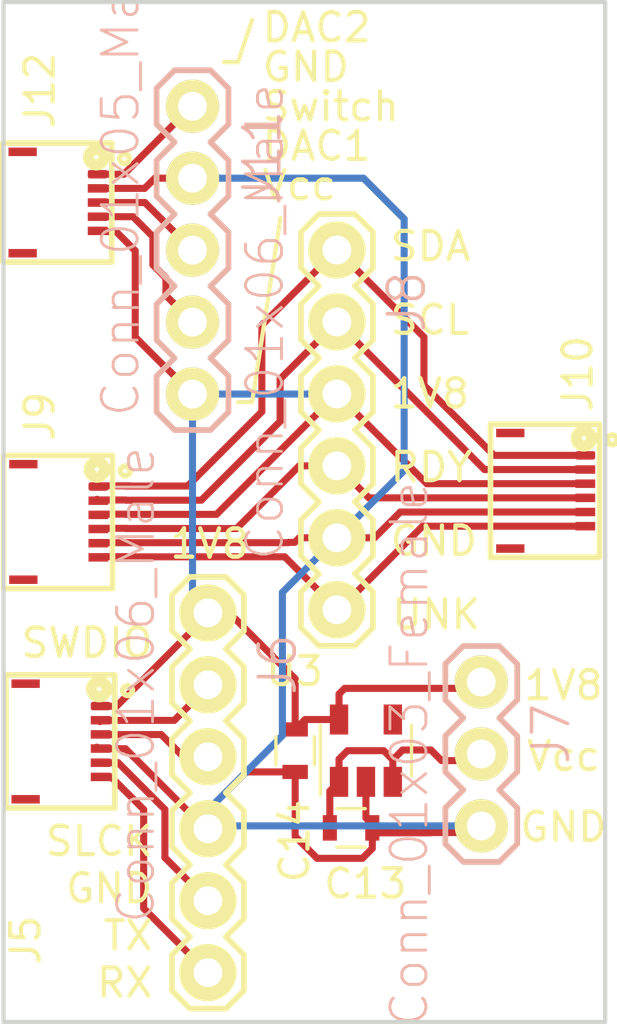
<source format=kicad_pcb>
(kicad_pcb (version 20171130) (host pcbnew "(5.1.6)-1")

  (general
    (thickness 1.6)
    (drawings 28)
    (tracks 158)
    (zones 0)
    (modules 11)
    (nets 16)
  )

  (page A4)
  (layers
    (0 F.Cu signal)
    (31 B.Cu signal hide)
    (33 F.Adhes user)
    (34 B.Paste user)
    (35 F.Paste user)
    (36 B.SilkS user hide)
    (37 F.SilkS user)
    (38 B.Mask user)
    (39 F.Mask user)
    (40 Dwgs.User user hide)
    (41 Cmts.User user)
    (42 Eco1.User user)
    (43 Eco2.User user)
    (44 Edge.Cuts user)
    (45 Margin user)
    (46 B.CrtYd user hide)
    (47 F.CrtYd user)
    (49 F.Fab user hide)
  )

  (setup
    (last_trace_width 0.25)
    (trace_clearance 0.1)
    (zone_clearance 0.2)
    (zone_45_only no)
    (trace_min 0.2)
    (via_size 0.4)
    (via_drill 0.2)
    (via_min_size 0.4)
    (via_min_drill 0.2)
    (uvia_size 0.3)
    (uvia_drill 0.1)
    (uvias_allowed no)
    (uvia_min_size 0.2)
    (uvia_min_drill 0.1)
    (edge_width 0.15)
    (segment_width 0.2)
    (pcb_text_width 0.3)
    (pcb_text_size 1.5 1.5)
    (mod_edge_width 0.15)
    (mod_text_size 1 1)
    (mod_text_width 0.15)
    (pad_size 1.524 1.524)
    (pad_drill 0.762)
    (pad_to_mask_clearance 0.2)
    (aux_axis_origin 0 0)
    (grid_origin 160 80)
    (visible_elements 7FFFFFFF)
    (pcbplotparams
      (layerselection 0x0d0fc_ffffffff)
      (usegerberextensions false)
      (usegerberattributes false)
      (usegerberadvancedattributes false)
      (creategerberjobfile false)
      (excludeedgelayer true)
      (linewidth 0.100000)
      (plotframeref false)
      (viasonmask false)
      (mode 1)
      (useauxorigin false)
      (hpglpennumber 1)
      (hpglpenspeed 20)
      (hpglpendiameter 15.000000)
      (psnegative false)
      (psa4output false)
      (plotreference true)
      (plotvalue true)
      (plotinvisibletext false)
      (padsonsilk false)
      (subtractmaskfromsilk false)
      (outputformat 1)
      (mirror false)
      (drillshape 0)
      (scaleselection 1)
      (outputdirectory "PrototypeRelease/Gerbers/"))
  )

  (net 0 "")
  (net 1 GND)
  (net 2 /Prog_SWDIO)
  (net 3 /Prog_SWCLK)
  (net 4 VCC)
  (net 5 +1V8)
  (net 6 /SDA_BO)
  (net 7 /SCL_BO)
  (net 8 /RDY_BO)
  (net 9 /UNK_BO)
  (net 10 /DAC2_OUT1_BO)
  (net 11 /Switch_Out_BO)
  (net 12 "Net-(U3-Pad4)")
  (net 13 /DAC1_OUT2_BO)
  (net 14 /Prog_RX)
  (net 15 /Prog_TX)

  (net_class Default "This is the default net class."
    (clearance 0.1)
    (trace_width 0.25)
    (via_dia 0.4)
    (via_drill 0.2)
    (uvia_dia 0.3)
    (uvia_drill 0.1)
    (add_net +1V8)
    (add_net /DAC1_OUT2_BO)
    (add_net /DAC2_OUT1_BO)
    (add_net /Prog_RX)
    (add_net /Prog_SWCLK)
    (add_net /Prog_SWDIO)
    (add_net /Prog_TX)
    (add_net /RDY_BO)
    (add_net /SCL_BO)
    (add_net /SDA_BO)
    (add_net /Switch_Out_BO)
    (add_net /UNK_BO)
    (add_net GND)
    (add_net "Net-(U3-Pad4)")
    (add_net VCC)
  )

  (module .pretty:503480-0600 (layer F.Cu) (tedit 5F21C6FF) (tstamp 5F21E424)
    (at 168.77 80.63 270)
    (path /5F3EB865)
    (fp_text reference J10 (at -4.13 0.27 270) (layer F.SilkS)
      (effects (font (size 1 1) (thickness 0.15)))
    )
    (fp_text value Conn_01x06_Female (at -0.5 -0.5 270) (layer F.Fab)
      (effects (font (size 1 1) (thickness 0.15)))
    )
    (fp_line (start -0.5 2.175) (end 0.5 2.175) (layer F.CrtYd) (width 0.2))
    (fp_line (start 0 1.675) (end 0 2.675) (layer F.CrtYd) (width 0.2))
    (fp_line (start -2.3 -0.45) (end -2.3 3.25) (layer F.CrtYd) (width 0.2))
    (fp_line (start 2.3 -0.45) (end -2.3 -0.45) (layer F.CrtYd) (width 0.2))
    (fp_line (start 2.3 3.25) (end 2.3 -0.45) (layer F.CrtYd) (width 0.2))
    (fp_line (start -2.3 3.25) (end 2.3 3.25) (layer F.CrtYd) (width 0.2))
    (fp_circle (center -1.85 0.05) (end -1.779289 0.05) (layer F.SilkS) (width 0.4))
    (fp_circle (center -1.8 -0.95) (end -1.75 -0.9) (layer F.SilkS) (width 0.2))
    (fp_line (start 2.35 3.35) (end 2.35 -0.5) (layer F.SilkS) (width 0.2))
    (fp_line (start -2.35 -0.5) (end 2.35 -0.5) (layer F.SilkS) (width 0.2))
    (fp_line (start -2.35 3.35) (end -2.35 -0.5) (layer F.SilkS) (width 0.2))
    (fp_line (start -2.35 3.35) (end 2.35 3.35) (layer F.SilkS) (width 0.2))
    (pad 1 smd roundrect (at -1.25 0 270) (size 0.3 0.7) (layers F.Cu F.Paste F.Mask) (roundrect_rratio 0.25)
      (net 6 /SDA_BO))
    (pad 2 smd rect (at -0.75 0 270) (size 0.3 0.7) (layers F.Cu F.Paste F.Mask)
      (net 7 /SCL_BO))
    (pad 3 smd rect (at -0.25 0 270) (size 0.3 0.7) (layers F.Cu F.Paste F.Mask)
      (net 5 +1V8))
    (pad 4 smd rect (at 0.25 0 270) (size 0.3 0.7) (layers F.Cu F.Paste F.Mask)
      (net 8 /RDY_BO))
    (pad 0 smd rect (at -2.04 2.65 270) (size 0.3 1) (layers F.Cu F.Paste F.Mask))
    (pad 0 smd rect (at 2.04 2.65 270) (size 0.3 1) (layers F.Cu F.Paste F.Mask))
    (pad 5 smd rect (at 0.75 0 270) (size 0.3 0.7) (layers F.Cu F.Paste F.Mask)
      (net 1 GND))
    (pad 6 smd rect (at 1.25 0 270) (size 0.3 0.7) (layers F.Cu F.Paste F.Mask)
      (net 9 /UNK_BO))
    (model ${KIPRJMOD}/.pretty/5034800600.stp
      (offset (xyz 0 -3.25 0))
      (scale (xyz 1 1 1))
      (rotate (xyz 90 180 180))
    )
  )

  (module .pretty:503480-0600 (layer F.Cu) (tedit 5F21C6FF) (tstamp 5F201EA2)
    (at 151.57 81.73 270)
    (path /5F2319DF)
    (fp_text reference J9 (at -3.73 2.07 270) (layer F.SilkS)
      (effects (font (size 1 1) (thickness 0.15)))
    )
    (fp_text value Conn_01x06_Female (at -0.5 -0.5 270) (layer F.Fab)
      (effects (font (size 1 1) (thickness 0.15)))
    )
    (fp_line (start -0.5 2.175) (end 0.5 2.175) (layer F.CrtYd) (width 0.2))
    (fp_line (start 0 1.675) (end 0 2.675) (layer F.CrtYd) (width 0.2))
    (fp_line (start -2.3 -0.45) (end -2.3 3.25) (layer F.CrtYd) (width 0.2))
    (fp_line (start 2.3 -0.45) (end -2.3 -0.45) (layer F.CrtYd) (width 0.2))
    (fp_line (start 2.3 3.25) (end 2.3 -0.45) (layer F.CrtYd) (width 0.2))
    (fp_line (start -2.3 3.25) (end 2.3 3.25) (layer F.CrtYd) (width 0.2))
    (fp_circle (center -1.85 0.05) (end -1.779289 0.05) (layer F.SilkS) (width 0.4))
    (fp_circle (center -1.8 -0.95) (end -1.75 -0.9) (layer F.SilkS) (width 0.2))
    (fp_line (start 2.35 3.35) (end 2.35 -0.5) (layer F.SilkS) (width 0.2))
    (fp_line (start -2.35 -0.5) (end 2.35 -0.5) (layer F.SilkS) (width 0.2))
    (fp_line (start -2.35 3.35) (end -2.35 -0.5) (layer F.SilkS) (width 0.2))
    (fp_line (start -2.35 3.35) (end 2.35 3.35) (layer F.SilkS) (width 0.2))
    (pad 1 smd roundrect (at -1.25 0 270) (size 0.3 0.7) (layers F.Cu F.Paste F.Mask) (roundrect_rratio 0.25)
      (net 6 /SDA_BO))
    (pad 2 smd rect (at -0.75 0 270) (size 0.3 0.7) (layers F.Cu F.Paste F.Mask)
      (net 7 /SCL_BO))
    (pad 3 smd rect (at -0.25 0 270) (size 0.3 0.7) (layers F.Cu F.Paste F.Mask)
      (net 5 +1V8))
    (pad 4 smd rect (at 0.25 0 270) (size 0.3 0.7) (layers F.Cu F.Paste F.Mask)
      (net 8 /RDY_BO))
    (pad 0 smd rect (at -2.04 2.65 270) (size 0.3 1) (layers F.Cu F.Paste F.Mask))
    (pad 0 smd rect (at 2.04 2.65 270) (size 0.3 1) (layers F.Cu F.Paste F.Mask))
    (pad 5 smd rect (at 0.75 0 270) (size 0.3 0.7) (layers F.Cu F.Paste F.Mask)
      (net 1 GND))
    (pad 6 smd rect (at 1.25 0 270) (size 0.3 0.7) (layers F.Cu F.Paste F.Mask)
      (net 9 /UNK_BO))
    (model ${KIPRJMOD}/.pretty/5034800600.stp
      (offset (xyz 0 -3.25 0))
      (scale (xyz 1 1 1))
      (rotate (xyz 90 180 180))
    )
  )

  (module .pretty:503480-0500 (layer F.Cu) (tedit 5F21C767) (tstamp 5F221025)
    (at 151.545 70.455 270)
    (path /5F274440)
    (fp_text reference J12 (at -3.955 2.045 270) (layer F.SilkS)
      (effects (font (size 1 1) (thickness 0.15)))
    )
    (fp_text value Conn_01x05_Female (at 0 -0.5 270) (layer F.Fab)
      (effects (font (size 1 1) (thickness 0.15)))
    )
    (fp_line (start -2.1 3.35) (end 2.1 3.35) (layer F.SilkS) (width 0.2))
    (fp_line (start -2.1 3.35) (end -2.1 -0.5) (layer F.SilkS) (width 0.2))
    (fp_line (start -2.1 -0.5) (end 2.1 -0.5) (layer F.SilkS) (width 0.2))
    (fp_line (start 2.1 3.35) (end 2.1 -0.5) (layer F.SilkS) (width 0.2))
    (fp_circle (center -1.55 -0.95) (end -1.5 -0.9) (layer F.SilkS) (width 0.2))
    (fp_circle (center -1.6 0.05) (end -1.529289 0.05) (layer F.SilkS) (width 0.4))
    (fp_line (start -0.5 2.175) (end 0.5 2.175) (layer F.CrtYd) (width 0.2))
    (fp_line (start 0 1.675) (end 0 2.675) (layer F.CrtYd) (width 0.2))
    (fp_line (start -2.05 -0.45) (end 2.05 -0.45) (layer F.CrtYd) (width 0.2))
    (fp_line (start 2.05 -0.45) (end 2.05 3.25) (layer F.CrtYd) (width 0.2))
    (fp_line (start 2.05 3.25) (end -2.05 3.25) (layer F.CrtYd) (width 0.2))
    (fp_line (start -2.05 3.25) (end -2.05 -0.45) (layer F.CrtYd) (width 0.2))
    (pad 0 smd rect (at 1.79 2.65 270) (size 0.3 1) (layers F.Cu F.Paste F.Mask))
    (pad 0 smd rect (at -1.79 2.65 270) (size 0.3 1) (layers F.Cu F.Paste F.Mask))
    (pad 5 smd rect (at 1 0 270) (size 0.3 0.7) (layers F.Cu F.Paste F.Mask)
      (net 5 +1V8))
    (pad 4 smd rect (at 0.5 0 270) (size 0.3 0.7) (layers F.Cu F.Paste F.Mask)
      (net 13 /DAC1_OUT2_BO))
    (pad 3 smd rect (at 0 0 270) (size 0.3 0.7) (layers F.Cu F.Paste F.Mask)
      (net 11 /Switch_Out_BO))
    (pad 2 smd rect (at -0.5 0 270) (size 0.3 0.7) (layers F.Cu F.Paste F.Mask)
      (net 1 GND))
    (pad 1 smd roundrect (at -1 0 270) (size 0.3 0.7) (layers F.Cu F.Paste F.Mask) (roundrect_rratio 0.25)
      (net 10 /DAC2_OUT1_BO))
    (model ${KIPRJMOD}/.pretty/5034800540.stp
      (offset (xyz 0 -3.25 0))
      (scale (xyz 1 1 1))
      (rotate (xyz 90 180 180))
    )
  )

  (module Resistors_SMD:R_0603 (layer F.Cu) (tedit 58E0A804) (tstamp 5F21CA67)
    (at 160.495 92.53 180)
    (descr "Resistor SMD 0603, reflow soldering, Vishay (see dcrcw.pdf)")
    (tags "resistor 0603")
    (path /5F2EDC1C)
    (attr smd)
    (fp_text reference C13 (at -0.505 -1.97 180) (layer F.SilkS)
      (effects (font (size 1 1) (thickness 0.15)))
    )
    (fp_text value 0.1uf (at 0 1.5 180) (layer F.Fab)
      (effects (font (size 1 1) (thickness 0.15)))
    )
    (fp_line (start -0.8 0.4) (end -0.8 -0.4) (layer F.Fab) (width 0.1))
    (fp_line (start 0.8 0.4) (end -0.8 0.4) (layer F.Fab) (width 0.1))
    (fp_line (start 0.8 -0.4) (end 0.8 0.4) (layer F.Fab) (width 0.1))
    (fp_line (start -0.8 -0.4) (end 0.8 -0.4) (layer F.Fab) (width 0.1))
    (fp_line (start 0.5 0.68) (end -0.5 0.68) (layer F.SilkS) (width 0.12))
    (fp_line (start -0.5 -0.68) (end 0.5 -0.68) (layer F.SilkS) (width 0.12))
    (fp_line (start -1.25 -0.7) (end 1.25 -0.7) (layer F.CrtYd) (width 0.05))
    (fp_line (start -1.25 -0.7) (end -1.25 0.7) (layer F.CrtYd) (width 0.05))
    (fp_line (start 1.25 0.7) (end 1.25 -0.7) (layer F.CrtYd) (width 0.05))
    (fp_line (start 1.25 0.7) (end -1.25 0.7) (layer F.CrtYd) (width 0.05))
    (fp_text user %R (at 0 0 180) (layer F.Fab)
      (effects (font (size 0.4 0.4) (thickness 0.075)))
    )
    (pad 2 smd rect (at 0.75 0 180) (size 0.5 0.9) (layers F.Cu F.Paste F.Mask)
      (net 4 VCC))
    (pad 1 smd rect (at -0.75 0 180) (size 0.5 0.9) (layers F.Cu F.Paste F.Mask)
      (net 1 GND))
    (model ${KISYS3DMOD}/Resistors_SMD.3dshapes/R_0603.wrl
      (at (xyz 0 0 0))
      (scale (xyz 1 1 1))
      (rotate (xyz 0 0 0))
    )
  )

  (module Resistors_SMD:R_0603 (layer F.Cu) (tedit 58E0A804) (tstamp 5F21CA37)
    (at 158.52 89.805 90)
    (descr "Resistor SMD 0603, reflow soldering, Vishay (see dcrcw.pdf)")
    (tags "resistor 0603")
    (path /5F2EDE19)
    (attr smd)
    (fp_text reference C14 (at -3.195 -0.02 270) (layer F.SilkS)
      (effects (font (size 1 1) (thickness 0.15)))
    )
    (fp_text value 0.1uf (at 0 1.5 90) (layer F.Fab)
      (effects (font (size 1 1) (thickness 0.15)))
    )
    (fp_line (start 1.25 0.7) (end -1.25 0.7) (layer F.CrtYd) (width 0.05))
    (fp_line (start 1.25 0.7) (end 1.25 -0.7) (layer F.CrtYd) (width 0.05))
    (fp_line (start -1.25 -0.7) (end -1.25 0.7) (layer F.CrtYd) (width 0.05))
    (fp_line (start -1.25 -0.7) (end 1.25 -0.7) (layer F.CrtYd) (width 0.05))
    (fp_line (start -0.5 -0.68) (end 0.5 -0.68) (layer F.SilkS) (width 0.12))
    (fp_line (start 0.5 0.68) (end -0.5 0.68) (layer F.SilkS) (width 0.12))
    (fp_line (start -0.8 -0.4) (end 0.8 -0.4) (layer F.Fab) (width 0.1))
    (fp_line (start 0.8 -0.4) (end 0.8 0.4) (layer F.Fab) (width 0.1))
    (fp_line (start 0.8 0.4) (end -0.8 0.4) (layer F.Fab) (width 0.1))
    (fp_line (start -0.8 0.4) (end -0.8 -0.4) (layer F.Fab) (width 0.1))
    (fp_text user %R (at 0 0 90) (layer F.Fab)
      (effects (font (size 0.4 0.4) (thickness 0.075)))
    )
    (pad 1 smd rect (at -0.75 0 90) (size 0.5 0.9) (layers F.Cu F.Paste F.Mask)
      (net 1 GND))
    (pad 2 smd rect (at 0.75 0 90) (size 0.5 0.9) (layers F.Cu F.Paste F.Mask)
      (net 5 +1V8))
    (model ${KISYS3DMOD}/Resistors_SMD.3dshapes/R_0603.wrl
      (at (xyz 0 0 0))
      (scale (xyz 1 1 1))
      (rotate (xyz 0 0 0))
    )
  )

  (module SparkFun-Connectors:1X03 (layer F.Cu) (tedit 200000) (tstamp 5F21C9DB)
    (at 165.095 87.38 270)
    (path /5F3434C7)
    (attr virtual)
    (fp_text reference J7 (at 1.8288 -2.4638 270) (layer B.SilkS)
      (effects (font (size 1.27 1.27) (thickness 0.127)))
    )
    (fp_text value Conn_01x03_Female (at 2.54 2.54 270) (layer B.SilkS)
      (effects (font (size 1.27 1.27) (thickness 0.1016)))
    )
    (fp_line (start 6.35 -0.635) (end 6.35 0.635) (layer B.SilkS) (width 0.2032))
    (fp_line (start 0.635 1.27) (end -0.635 1.27) (layer B.SilkS) (width 0.2032))
    (fp_line (start -1.27 0.635) (end -0.635 1.27) (layer B.SilkS) (width 0.2032))
    (fp_line (start -0.635 -1.27) (end -1.27 -0.635) (layer B.SilkS) (width 0.2032))
    (fp_line (start -1.27 -0.635) (end -1.27 0.635) (layer B.SilkS) (width 0.2032))
    (fp_line (start 1.905 1.27) (end 1.27 0.635) (layer B.SilkS) (width 0.2032))
    (fp_line (start 3.175 1.27) (end 1.905 1.27) (layer B.SilkS) (width 0.2032))
    (fp_line (start 3.81 0.635) (end 3.175 1.27) (layer B.SilkS) (width 0.2032))
    (fp_line (start 3.175 -1.27) (end 3.81 -0.635) (layer B.SilkS) (width 0.2032))
    (fp_line (start 1.905 -1.27) (end 3.175 -1.27) (layer B.SilkS) (width 0.2032))
    (fp_line (start 1.27 -0.635) (end 1.905 -1.27) (layer B.SilkS) (width 0.2032))
    (fp_line (start 1.27 0.635) (end 0.635 1.27) (layer B.SilkS) (width 0.2032))
    (fp_line (start 0.635 -1.27) (end 1.27 -0.635) (layer B.SilkS) (width 0.2032))
    (fp_line (start -0.635 -1.27) (end 0.635 -1.27) (layer B.SilkS) (width 0.2032))
    (fp_line (start 4.445 1.27) (end 3.81 0.635) (layer B.SilkS) (width 0.2032))
    (fp_line (start 5.715 1.27) (end 4.445 1.27) (layer B.SilkS) (width 0.2032))
    (fp_line (start 6.35 0.635) (end 5.715 1.27) (layer B.SilkS) (width 0.2032))
    (fp_line (start 5.715 -1.27) (end 6.35 -0.635) (layer B.SilkS) (width 0.2032))
    (fp_line (start 4.445 -1.27) (end 5.715 -1.27) (layer B.SilkS) (width 0.2032))
    (fp_line (start 3.81 -0.635) (end 4.445 -1.27) (layer B.SilkS) (width 0.2032))
    (fp_line (start -0.254 0.254) (end -0.254 -0.254) (layer F.SilkS) (width 0.06604))
    (fp_line (start -0.254 -0.254) (end 0.254 -0.254) (layer F.SilkS) (width 0.06604))
    (fp_line (start 0.254 0.254) (end 0.254 -0.254) (layer F.SilkS) (width 0.06604))
    (fp_line (start -0.254 0.254) (end 0.254 0.254) (layer F.SilkS) (width 0.06604))
    (fp_line (start 2.286 0.254) (end 2.286 -0.254) (layer F.SilkS) (width 0.06604))
    (fp_line (start 2.286 -0.254) (end 2.794 -0.254) (layer F.SilkS) (width 0.06604))
    (fp_line (start 2.794 0.254) (end 2.794 -0.254) (layer F.SilkS) (width 0.06604))
    (fp_line (start 2.286 0.254) (end 2.794 0.254) (layer F.SilkS) (width 0.06604))
    (fp_line (start 4.826 0.254) (end 4.826 -0.254) (layer F.SilkS) (width 0.06604))
    (fp_line (start 4.826 -0.254) (end 5.334 -0.254) (layer F.SilkS) (width 0.06604))
    (fp_line (start 5.334 0.254) (end 5.334 -0.254) (layer F.SilkS) (width 0.06604))
    (fp_line (start 4.826 0.254) (end 5.334 0.254) (layer F.SilkS) (width 0.06604))
    (pad 1 thru_hole circle (at 0 0 270) (size 1.8796 1.8796) (drill 1.016) (layers F&B.Cu F.Paste F.SilkS F.Mask)
      (net 5 +1V8))
    (pad 2 thru_hole circle (at 2.54 0 270) (size 1.8796 1.8796) (drill 1.016) (layers F&B.Cu F.Paste F.SilkS F.Mask)
      (net 4 VCC))
    (pad 3 thru_hole circle (at 5.08 0 270) (size 1.8796 1.8796) (drill 1.016) (layers F&B.Cu F.Paste F.SilkS F.Mask)
      (net 1 GND))
  )

  (module SparkFun-Connectors:1X06-KIT (layer F.Cu) (tedit 200000) (tstamp 5F21DE41)
    (at 159.995 72.13 270)
    (descr 1X06-KIT)
    (tags 1X06-KIT)
    (path /5F232158)
    (attr virtual)
    (fp_text reference J8 (at 1.8288 -2.4638 270) (layer B.SilkS)
      (effects (font (size 1.27 1.27) (thickness 0.127)))
    )
    (fp_text value Conn_01x06_Male (at 2.54 2.54 270) (layer B.SilkS)
      (effects (font (size 1.27 1.27) (thickness 0.1016)))
    )
    (fp_line (start 12.79652 0.43434) (end 12.7 0.4445) (layer F.SilkS) (width 0.127))
    (fp_line (start 12.88796 0.40132) (end 12.79652 0.43434) (layer F.SilkS) (width 0.127))
    (fp_line (start 12.97178 0.35052) (end 12.88796 0.40132) (layer F.SilkS) (width 0.127))
    (fp_line (start 13.0429 0.28194) (end 12.97178 0.35052) (layer F.SilkS) (width 0.127))
    (fp_line (start 13.09624 0.19812) (end 13.0429 0.28194) (layer F.SilkS) (width 0.127))
    (fp_line (start 13.12926 0.10668) (end 13.09624 0.19812) (layer F.SilkS) (width 0.127))
    (fp_line (start 13.13942 0.00762) (end 13.12926 0.10668) (layer F.SilkS) (width 0.127))
    (fp_line (start 13.1318 -0.0889) (end 13.13942 0.00762) (layer F.SilkS) (width 0.127))
    (fp_line (start 13.09878 -0.18542) (end 13.1318 -0.0889) (layer F.SilkS) (width 0.127))
    (fp_line (start 13.04798 -0.27178) (end 13.09878 -0.18542) (layer F.SilkS) (width 0.127))
    (fp_line (start 12.97686 -0.3429) (end 13.04798 -0.27178) (layer F.SilkS) (width 0.127))
    (fp_line (start 12.89304 -0.39878) (end 12.97686 -0.3429) (layer F.SilkS) (width 0.127))
    (fp_line (start 12.79906 -0.4318) (end 12.89304 -0.39878) (layer F.SilkS) (width 0.127))
    (fp_line (start 12.7 -0.4445) (end 12.79906 -0.4318) (layer F.SilkS) (width 0.127))
    (fp_line (start 12.5984 -0.4318) (end 12.7 -0.4445) (layer F.SilkS) (width 0.127))
    (fp_line (start 12.50188 -0.39624) (end 12.5984 -0.4318) (layer F.SilkS) (width 0.127))
    (fp_line (start 12.41806 -0.34036) (end 12.50188 -0.39624) (layer F.SilkS) (width 0.127))
    (fp_line (start 12.34694 -0.26416) (end 12.41806 -0.34036) (layer F.SilkS) (width 0.127))
    (fp_line (start 12.2936 -0.1778) (end 12.34694 -0.26416) (layer F.SilkS) (width 0.127))
    (fp_line (start 12.26312 -0.08128) (end 12.2936 -0.1778) (layer F.SilkS) (width 0.127))
    (fp_line (start 12.2555 0.01778) (end 12.26312 -0.08128) (layer F.SilkS) (width 0.127))
    (fp_line (start 12.2682 0.1143) (end 12.2555 0.01778) (layer F.SilkS) (width 0.127))
    (fp_line (start 12.30122 0.20574) (end 12.2682 0.1143) (layer F.SilkS) (width 0.127))
    (fp_line (start 12.35456 0.28702) (end 12.30122 0.20574) (layer F.SilkS) (width 0.127))
    (fp_line (start 12.42568 0.3556) (end 12.35456 0.28702) (layer F.SilkS) (width 0.127))
    (fp_line (start 12.5095 0.40386) (end 12.42568 0.3556) (layer F.SilkS) (width 0.127))
    (fp_line (start 12.60094 0.43434) (end 12.5095 0.40386) (layer F.SilkS) (width 0.127))
    (fp_line (start 12.7 0.4445) (end 12.60094 0.43434) (layer F.SilkS) (width 0.127))
    (fp_line (start 12.88542 0.93472) (end 12.7 0.9525) (layer F.SilkS) (width 0.127))
    (fp_line (start 13.06068 0.88392) (end 12.88542 0.93472) (layer F.SilkS) (width 0.127))
    (fp_line (start 13.22324 0.8001) (end 13.06068 0.88392) (layer F.SilkS) (width 0.127))
    (fp_line (start 13.36802 0.68326) (end 13.22324 0.8001) (layer F.SilkS) (width 0.127))
    (fp_line (start 13.48486 0.54356) (end 13.36802 0.68326) (layer F.SilkS) (width 0.127))
    (fp_line (start 13.57376 0.381) (end 13.48486 0.54356) (layer F.SilkS) (width 0.127))
    (fp_line (start 13.62964 0.20574) (end 13.57376 0.381) (layer F.SilkS) (width 0.127))
    (fp_line (start 13.64996 0.0254) (end 13.62964 0.20574) (layer F.SilkS) (width 0.127))
    (fp_line (start 13.63726 -0.1397) (end 13.64996 0.0254) (layer F.SilkS) (width 0.127))
    (fp_line (start 13.59662 -0.3048) (end 13.63726 -0.1397) (layer F.SilkS) (width 0.127))
    (fp_line (start 13.5255 -0.4572) (end 13.59662 -0.3048) (layer F.SilkS) (width 0.127))
    (fp_line (start 13.43152 -0.5969) (end 13.5255 -0.4572) (layer F.SilkS) (width 0.127))
    (fp_line (start 13.31468 -0.71628) (end 13.43152 -0.5969) (layer F.SilkS) (width 0.127))
    (fp_line (start 13.18006 -0.81534) (end 13.31468 -0.71628) (layer F.SilkS) (width 0.127))
    (fp_line (start 13.02766 -0.889) (end 13.18006 -0.81534) (layer F.SilkS) (width 0.127))
    (fp_line (start 12.8651 -0.93472) (end 13.02766 -0.889) (layer F.SilkS) (width 0.127))
    (fp_line (start 12.7 -0.9525) (end 12.8651 -0.93472) (layer F.SilkS) (width 0.127))
    (fp_line (start 12.53236 -0.93472) (end 12.7 -0.9525) (layer F.SilkS) (width 0.127))
    (fp_line (start 12.3698 -0.889) (end 12.53236 -0.93472) (layer F.SilkS) (width 0.127))
    (fp_line (start 12.2174 -0.81534) (end 12.3698 -0.889) (layer F.SilkS) (width 0.127))
    (fp_line (start 12.08278 -0.71882) (end 12.2174 -0.81534) (layer F.SilkS) (width 0.127))
    (fp_line (start 11.9634 -0.59944) (end 12.08278 -0.71882) (layer F.SilkS) (width 0.127))
    (fp_line (start 11.86942 -0.45974) (end 11.9634 -0.59944) (layer F.SilkS) (width 0.127))
    (fp_line (start 11.80084 -0.30734) (end 11.86942 -0.45974) (layer F.SilkS) (width 0.127))
    (fp_line (start 11.7602 -0.14224) (end 11.80084 -0.30734) (layer F.SilkS) (width 0.127))
    (fp_line (start 11.7475 0.02032) (end 11.7602 -0.14224) (layer F.SilkS) (width 0.127))
    (fp_line (start 11.76782 0.20574) (end 11.7475 0.02032) (layer F.SilkS) (width 0.127))
    (fp_line (start 11.8237 0.381) (end 11.76782 0.20574) (layer F.SilkS) (width 0.127))
    (fp_line (start 11.9126 0.54356) (end 11.8237 0.381) (layer F.SilkS) (width 0.127))
    (fp_line (start 12.03198 0.68326) (end 11.9126 0.54356) (layer F.SilkS) (width 0.127))
    (fp_line (start 12.17676 0.8001) (end 12.03198 0.68326) (layer F.SilkS) (width 0.127))
    (fp_line (start 12.33932 0.88392) (end 12.17676 0.8001) (layer F.SilkS) (width 0.127))
    (fp_line (start 12.51712 0.93472) (end 12.33932 0.88392) (layer F.SilkS) (width 0.127))
    (fp_line (start 12.7 0.9525) (end 12.51712 0.93472) (layer F.SilkS) (width 0.127))
    (fp_line (start 10.25652 0.43434) (end 10.16 0.4445) (layer F.SilkS) (width 0.127))
    (fp_line (start 10.34796 0.40132) (end 10.25652 0.43434) (layer F.SilkS) (width 0.127))
    (fp_line (start 10.43178 0.35052) (end 10.34796 0.40132) (layer F.SilkS) (width 0.127))
    (fp_line (start 10.5029 0.28194) (end 10.43178 0.35052) (layer F.SilkS) (width 0.127))
    (fp_line (start 10.55624 0.19812) (end 10.5029 0.28194) (layer F.SilkS) (width 0.127))
    (fp_line (start 10.58926 0.10668) (end 10.55624 0.19812) (layer F.SilkS) (width 0.127))
    (fp_line (start 10.59942 0.00762) (end 10.58926 0.10668) (layer F.SilkS) (width 0.127))
    (fp_line (start 10.5918 -0.0889) (end 10.59942 0.00762) (layer F.SilkS) (width 0.127))
    (fp_line (start 10.55878 -0.18542) (end 10.5918 -0.0889) (layer F.SilkS) (width 0.127))
    (fp_line (start 10.50798 -0.27178) (end 10.55878 -0.18542) (layer F.SilkS) (width 0.127))
    (fp_line (start 10.43686 -0.3429) (end 10.50798 -0.27178) (layer F.SilkS) (width 0.127))
    (fp_line (start 10.35304 -0.39878) (end 10.43686 -0.3429) (layer F.SilkS) (width 0.127))
    (fp_line (start 10.25906 -0.4318) (end 10.35304 -0.39878) (layer F.SilkS) (width 0.127))
    (fp_line (start 10.16 -0.4445) (end 10.25906 -0.4318) (layer F.SilkS) (width 0.127))
    (fp_line (start 10.0584 -0.4318) (end 10.16 -0.4445) (layer F.SilkS) (width 0.127))
    (fp_line (start 9.96188 -0.39624) (end 10.0584 -0.4318) (layer F.SilkS) (width 0.127))
    (fp_line (start 9.87806 -0.34036) (end 9.96188 -0.39624) (layer F.SilkS) (width 0.127))
    (fp_line (start 9.80694 -0.26416) (end 9.87806 -0.34036) (layer F.SilkS) (width 0.127))
    (fp_line (start 9.7536 -0.1778) (end 9.80694 -0.26416) (layer F.SilkS) (width 0.127))
    (fp_line (start 9.72312 -0.08128) (end 9.7536 -0.1778) (layer F.SilkS) (width 0.127))
    (fp_line (start 9.7155 0.01778) (end 9.72312 -0.08128) (layer F.SilkS) (width 0.127))
    (fp_line (start 9.7282 0.1143) (end 9.7155 0.01778) (layer F.SilkS) (width 0.127))
    (fp_line (start 9.76122 0.20574) (end 9.7282 0.1143) (layer F.SilkS) (width 0.127))
    (fp_line (start 9.81456 0.28702) (end 9.76122 0.20574) (layer F.SilkS) (width 0.127))
    (fp_line (start 9.88568 0.3556) (end 9.81456 0.28702) (layer F.SilkS) (width 0.127))
    (fp_line (start 9.9695 0.40386) (end 9.88568 0.3556) (layer F.SilkS) (width 0.127))
    (fp_line (start 10.06094 0.43434) (end 9.9695 0.40386) (layer F.SilkS) (width 0.127))
    (fp_line (start 10.16 0.4445) (end 10.06094 0.43434) (layer F.SilkS) (width 0.127))
    (fp_line (start 10.34542 0.93472) (end 10.16 0.9525) (layer F.SilkS) (width 0.127))
    (fp_line (start 10.52068 0.88392) (end 10.34542 0.93472) (layer F.SilkS) (width 0.127))
    (fp_line (start 10.68324 0.8001) (end 10.52068 0.88392) (layer F.SilkS) (width 0.127))
    (fp_line (start 10.82802 0.68326) (end 10.68324 0.8001) (layer F.SilkS) (width 0.127))
    (fp_line (start 10.94486 0.54356) (end 10.82802 0.68326) (layer F.SilkS) (width 0.127))
    (fp_line (start 11.03376 0.381) (end 10.94486 0.54356) (layer F.SilkS) (width 0.127))
    (fp_line (start 11.08964 0.20574) (end 11.03376 0.381) (layer F.SilkS) (width 0.127))
    (fp_line (start 11.10996 0.0254) (end 11.08964 0.20574) (layer F.SilkS) (width 0.127))
    (fp_line (start 11.09726 -0.1397) (end 11.10996 0.0254) (layer F.SilkS) (width 0.127))
    (fp_line (start 11.05662 -0.3048) (end 11.09726 -0.1397) (layer F.SilkS) (width 0.127))
    (fp_line (start 10.9855 -0.4572) (end 11.05662 -0.3048) (layer F.SilkS) (width 0.127))
    (fp_line (start 10.89152 -0.5969) (end 10.9855 -0.4572) (layer F.SilkS) (width 0.127))
    (fp_line (start 10.77468 -0.71628) (end 10.89152 -0.5969) (layer F.SilkS) (width 0.127))
    (fp_line (start 10.64006 -0.81534) (end 10.77468 -0.71628) (layer F.SilkS) (width 0.127))
    (fp_line (start 10.48766 -0.889) (end 10.64006 -0.81534) (layer F.SilkS) (width 0.127))
    (fp_line (start 10.3251 -0.93472) (end 10.48766 -0.889) (layer F.SilkS) (width 0.127))
    (fp_line (start 10.16 -0.9525) (end 10.3251 -0.93472) (layer F.SilkS) (width 0.127))
    (fp_line (start 9.99236 -0.93472) (end 10.16 -0.9525) (layer F.SilkS) (width 0.127))
    (fp_line (start 9.8298 -0.889) (end 9.99236 -0.93472) (layer F.SilkS) (width 0.127))
    (fp_line (start 9.6774 -0.81534) (end 9.8298 -0.889) (layer F.SilkS) (width 0.127))
    (fp_line (start 9.54278 -0.71882) (end 9.6774 -0.81534) (layer F.SilkS) (width 0.127))
    (fp_line (start 9.4234 -0.59944) (end 9.54278 -0.71882) (layer F.SilkS) (width 0.127))
    (fp_line (start 9.32942 -0.45974) (end 9.4234 -0.59944) (layer F.SilkS) (width 0.127))
    (fp_line (start 9.26084 -0.30734) (end 9.32942 -0.45974) (layer F.SilkS) (width 0.127))
    (fp_line (start 9.2202 -0.14224) (end 9.26084 -0.30734) (layer F.SilkS) (width 0.127))
    (fp_line (start 9.2075 0.02032) (end 9.2202 -0.14224) (layer F.SilkS) (width 0.127))
    (fp_line (start 9.22782 0.20574) (end 9.2075 0.02032) (layer F.SilkS) (width 0.127))
    (fp_line (start 9.2837 0.381) (end 9.22782 0.20574) (layer F.SilkS) (width 0.127))
    (fp_line (start 9.3726 0.54356) (end 9.2837 0.381) (layer F.SilkS) (width 0.127))
    (fp_line (start 9.49198 0.68326) (end 9.3726 0.54356) (layer F.SilkS) (width 0.127))
    (fp_line (start 9.63676 0.8001) (end 9.49198 0.68326) (layer F.SilkS) (width 0.127))
    (fp_line (start 9.79932 0.88392) (end 9.63676 0.8001) (layer F.SilkS) (width 0.127))
    (fp_line (start 9.97712 0.93472) (end 9.79932 0.88392) (layer F.SilkS) (width 0.127))
    (fp_line (start 10.16 0.9525) (end 9.97712 0.93472) (layer F.SilkS) (width 0.127))
    (fp_line (start 7.71652 0.43434) (end 7.62 0.4445) (layer F.SilkS) (width 0.127))
    (fp_line (start 7.80796 0.40132) (end 7.71652 0.43434) (layer F.SilkS) (width 0.127))
    (fp_line (start 7.89178 0.35052) (end 7.80796 0.40132) (layer F.SilkS) (width 0.127))
    (fp_line (start 7.9629 0.28194) (end 7.89178 0.35052) (layer F.SilkS) (width 0.127))
    (fp_line (start 8.01624 0.19812) (end 7.9629 0.28194) (layer F.SilkS) (width 0.127))
    (fp_line (start 8.04926 0.10668) (end 8.01624 0.19812) (layer F.SilkS) (width 0.127))
    (fp_line (start 8.05942 0.00762) (end 8.04926 0.10668) (layer F.SilkS) (width 0.127))
    (fp_line (start 8.0518 -0.0889) (end 8.05942 0.00762) (layer F.SilkS) (width 0.127))
    (fp_line (start 8.01878 -0.18542) (end 8.0518 -0.0889) (layer F.SilkS) (width 0.127))
    (fp_line (start 7.96798 -0.27178) (end 8.01878 -0.18542) (layer F.SilkS) (width 0.127))
    (fp_line (start 7.89686 -0.3429) (end 7.96798 -0.27178) (layer F.SilkS) (width 0.127))
    (fp_line (start 7.81304 -0.39878) (end 7.89686 -0.3429) (layer F.SilkS) (width 0.127))
    (fp_line (start 7.71906 -0.4318) (end 7.81304 -0.39878) (layer F.SilkS) (width 0.127))
    (fp_line (start 7.62 -0.4445) (end 7.71906 -0.4318) (layer F.SilkS) (width 0.127))
    (fp_line (start 7.5184 -0.4318) (end 7.62 -0.4445) (layer F.SilkS) (width 0.127))
    (fp_line (start 7.42188 -0.39624) (end 7.5184 -0.4318) (layer F.SilkS) (width 0.127))
    (fp_line (start 7.33806 -0.34036) (end 7.42188 -0.39624) (layer F.SilkS) (width 0.127))
    (fp_line (start 7.26694 -0.26416) (end 7.33806 -0.34036) (layer F.SilkS) (width 0.127))
    (fp_line (start 7.2136 -0.1778) (end 7.26694 -0.26416) (layer F.SilkS) (width 0.127))
    (fp_line (start 7.18312 -0.08128) (end 7.2136 -0.1778) (layer F.SilkS) (width 0.127))
    (fp_line (start 7.17296 0.01778) (end 7.18312 -0.08128) (layer F.SilkS) (width 0.127))
    (fp_line (start 7.1882 0.1143) (end 7.17296 0.01778) (layer F.SilkS) (width 0.127))
    (fp_line (start 7.22122 0.20574) (end 7.1882 0.1143) (layer F.SilkS) (width 0.127))
    (fp_line (start 7.27456 0.28702) (end 7.22122 0.20574) (layer F.SilkS) (width 0.127))
    (fp_line (start 7.34568 0.3556) (end 7.27456 0.28702) (layer F.SilkS) (width 0.127))
    (fp_line (start 7.4295 0.40386) (end 7.34568 0.3556) (layer F.SilkS) (width 0.127))
    (fp_line (start 7.52094 0.43434) (end 7.4295 0.40386) (layer F.SilkS) (width 0.127))
    (fp_line (start 7.62 0.4445) (end 7.52094 0.43434) (layer F.SilkS) (width 0.127))
    (fp_line (start 7.80542 0.93472) (end 7.62 0.9525) (layer F.SilkS) (width 0.127))
    (fp_line (start 7.98068 0.88392) (end 7.80542 0.93472) (layer F.SilkS) (width 0.127))
    (fp_line (start 8.14324 0.8001) (end 7.98068 0.88392) (layer F.SilkS) (width 0.127))
    (fp_line (start 8.28802 0.68326) (end 8.14324 0.8001) (layer F.SilkS) (width 0.127))
    (fp_line (start 8.40486 0.54356) (end 8.28802 0.68326) (layer F.SilkS) (width 0.127))
    (fp_line (start 8.49376 0.381) (end 8.40486 0.54356) (layer F.SilkS) (width 0.127))
    (fp_line (start 8.54964 0.20574) (end 8.49376 0.381) (layer F.SilkS) (width 0.127))
    (fp_line (start 8.56996 0.0254) (end 8.54964 0.20574) (layer F.SilkS) (width 0.127))
    (fp_line (start 8.55726 -0.1397) (end 8.56996 0.0254) (layer F.SilkS) (width 0.127))
    (fp_line (start 8.51662 -0.3048) (end 8.55726 -0.1397) (layer F.SilkS) (width 0.127))
    (fp_line (start 8.4455 -0.4572) (end 8.51662 -0.3048) (layer F.SilkS) (width 0.127))
    (fp_line (start 8.35152 -0.5969) (end 8.4455 -0.4572) (layer F.SilkS) (width 0.127))
    (fp_line (start 8.23468 -0.71628) (end 8.35152 -0.5969) (layer F.SilkS) (width 0.127))
    (fp_line (start 8.10006 -0.81534) (end 8.23468 -0.71628) (layer F.SilkS) (width 0.127))
    (fp_line (start 7.94766 -0.889) (end 8.10006 -0.81534) (layer F.SilkS) (width 0.127))
    (fp_line (start 7.7851 -0.93472) (end 7.94766 -0.889) (layer F.SilkS) (width 0.127))
    (fp_line (start 7.62 -0.9525) (end 7.7851 -0.93472) (layer F.SilkS) (width 0.127))
    (fp_line (start 7.45236 -0.93472) (end 7.62 -0.9525) (layer F.SilkS) (width 0.127))
    (fp_line (start 7.2898 -0.889) (end 7.45236 -0.93472) (layer F.SilkS) (width 0.127))
    (fp_line (start 7.1374 -0.81534) (end 7.2898 -0.889) (layer F.SilkS) (width 0.127))
    (fp_line (start 7.00278 -0.71882) (end 7.1374 -0.81534) (layer F.SilkS) (width 0.127))
    (fp_line (start 6.8834 -0.59944) (end 7.00278 -0.71882) (layer F.SilkS) (width 0.127))
    (fp_line (start 6.78942 -0.45974) (end 6.8834 -0.59944) (layer F.SilkS) (width 0.127))
    (fp_line (start 6.72084 -0.30734) (end 6.78942 -0.45974) (layer F.SilkS) (width 0.127))
    (fp_line (start 6.6802 -0.14224) (end 6.72084 -0.30734) (layer F.SilkS) (width 0.127))
    (fp_line (start 6.6675 0.02032) (end 6.6802 -0.14224) (layer F.SilkS) (width 0.127))
    (fp_line (start 6.68782 0.20574) (end 6.6675 0.02032) (layer F.SilkS) (width 0.127))
    (fp_line (start 6.7437 0.381) (end 6.68782 0.20574) (layer F.SilkS) (width 0.127))
    (fp_line (start 6.8326 0.54356) (end 6.7437 0.381) (layer F.SilkS) (width 0.127))
    (fp_line (start 6.95198 0.68326) (end 6.8326 0.54356) (layer F.SilkS) (width 0.127))
    (fp_line (start 7.09676 0.8001) (end 6.95198 0.68326) (layer F.SilkS) (width 0.127))
    (fp_line (start 7.25932 0.88392) (end 7.09676 0.8001) (layer F.SilkS) (width 0.127))
    (fp_line (start 7.43712 0.93472) (end 7.25932 0.88392) (layer F.SilkS) (width 0.127))
    (fp_line (start 7.62 0.9525) (end 7.43712 0.93472) (layer F.SilkS) (width 0.127))
    (fp_line (start 5.17652 0.43434) (end 5.08 0.4445) (layer F.SilkS) (width 0.127))
    (fp_line (start 5.26796 0.40132) (end 5.17652 0.43434) (layer F.SilkS) (width 0.127))
    (fp_line (start 5.35178 0.35052) (end 5.26796 0.40132) (layer F.SilkS) (width 0.127))
    (fp_line (start 5.4229 0.28194) (end 5.35178 0.35052) (layer F.SilkS) (width 0.127))
    (fp_line (start 5.47624 0.19812) (end 5.4229 0.28194) (layer F.SilkS) (width 0.127))
    (fp_line (start 5.50926 0.10668) (end 5.47624 0.19812) (layer F.SilkS) (width 0.127))
    (fp_line (start 5.51942 0.00762) (end 5.50926 0.10668) (layer F.SilkS) (width 0.127))
    (fp_line (start 5.5118 -0.0889) (end 5.51942 0.00762) (layer F.SilkS) (width 0.127))
    (fp_line (start 5.47878 -0.18542) (end 5.5118 -0.0889) (layer F.SilkS) (width 0.127))
    (fp_line (start 5.42798 -0.27178) (end 5.47878 -0.18542) (layer F.SilkS) (width 0.127))
    (fp_line (start 5.35686 -0.3429) (end 5.42798 -0.27178) (layer F.SilkS) (width 0.127))
    (fp_line (start 5.27304 -0.39878) (end 5.35686 -0.3429) (layer F.SilkS) (width 0.127))
    (fp_line (start 5.17906 -0.4318) (end 5.27304 -0.39878) (layer F.SilkS) (width 0.127))
    (fp_line (start 5.08 -0.4445) (end 5.17906 -0.4318) (layer F.SilkS) (width 0.127))
    (fp_line (start 4.9784 -0.4318) (end 5.08 -0.4445) (layer F.SilkS) (width 0.127))
    (fp_line (start 4.88188 -0.39624) (end 4.9784 -0.4318) (layer F.SilkS) (width 0.127))
    (fp_line (start 4.79806 -0.34036) (end 4.88188 -0.39624) (layer F.SilkS) (width 0.127))
    (fp_line (start 4.72694 -0.26416) (end 4.79806 -0.34036) (layer F.SilkS) (width 0.127))
    (fp_line (start 4.6736 -0.1778) (end 4.72694 -0.26416) (layer F.SilkS) (width 0.127))
    (fp_line (start 4.64312 -0.08128) (end 4.6736 -0.1778) (layer F.SilkS) (width 0.127))
    (fp_line (start 4.6355 0.01778) (end 4.64312 -0.08128) (layer F.SilkS) (width 0.127))
    (fp_line (start 4.6482 0.1143) (end 4.6355 0.01778) (layer F.SilkS) (width 0.127))
    (fp_line (start 4.68122 0.20574) (end 4.6482 0.1143) (layer F.SilkS) (width 0.127))
    (fp_line (start 4.73456 0.28702) (end 4.68122 0.20574) (layer F.SilkS) (width 0.127))
    (fp_line (start 4.80568 0.3556) (end 4.73456 0.28702) (layer F.SilkS) (width 0.127))
    (fp_line (start 4.8895 0.40386) (end 4.80568 0.3556) (layer F.SilkS) (width 0.127))
    (fp_line (start 4.98094 0.43434) (end 4.8895 0.40386) (layer F.SilkS) (width 0.127))
    (fp_line (start 5.08 0.4445) (end 4.98094 0.43434) (layer F.SilkS) (width 0.127))
    (fp_line (start 5.26542 0.93472) (end 5.08 0.9525) (layer F.SilkS) (width 0.127))
    (fp_line (start 5.44068 0.88392) (end 5.26542 0.93472) (layer F.SilkS) (width 0.127))
    (fp_line (start 5.60324 0.8001) (end 5.44068 0.88392) (layer F.SilkS) (width 0.127))
    (fp_line (start 5.74802 0.68326) (end 5.60324 0.8001) (layer F.SilkS) (width 0.127))
    (fp_line (start 5.86486 0.54356) (end 5.74802 0.68326) (layer F.SilkS) (width 0.127))
    (fp_line (start 5.95376 0.381) (end 5.86486 0.54356) (layer F.SilkS) (width 0.127))
    (fp_line (start 6.00964 0.20574) (end 5.95376 0.381) (layer F.SilkS) (width 0.127))
    (fp_line (start 6.02996 0.0254) (end 6.00964 0.20574) (layer F.SilkS) (width 0.127))
    (fp_line (start 6.01726 -0.1397) (end 6.02996 0.0254) (layer F.SilkS) (width 0.127))
    (fp_line (start 5.97662 -0.3048) (end 6.01726 -0.1397) (layer F.SilkS) (width 0.127))
    (fp_line (start 5.9055 -0.4572) (end 5.97662 -0.3048) (layer F.SilkS) (width 0.127))
    (fp_line (start 5.81152 -0.5969) (end 5.9055 -0.4572) (layer F.SilkS) (width 0.127))
    (fp_line (start 5.69468 -0.71628) (end 5.81152 -0.5969) (layer F.SilkS) (width 0.127))
    (fp_line (start 5.56006 -0.81534) (end 5.69468 -0.71628) (layer F.SilkS) (width 0.127))
    (fp_line (start 5.40766 -0.889) (end 5.56006 -0.81534) (layer F.SilkS) (width 0.127))
    (fp_line (start 5.2451 -0.93472) (end 5.40766 -0.889) (layer F.SilkS) (width 0.127))
    (fp_line (start 5.08 -0.9525) (end 5.2451 -0.93472) (layer F.SilkS) (width 0.127))
    (fp_line (start 4.91236 -0.93472) (end 5.08 -0.9525) (layer F.SilkS) (width 0.127))
    (fp_line (start 4.7498 -0.889) (end 4.91236 -0.93472) (layer F.SilkS) (width 0.127))
    (fp_line (start 4.5974 -0.81534) (end 4.7498 -0.889) (layer F.SilkS) (width 0.127))
    (fp_line (start 4.46278 -0.71882) (end 4.5974 -0.81534) (layer F.SilkS) (width 0.127))
    (fp_line (start 4.3434 -0.59944) (end 4.46278 -0.71882) (layer F.SilkS) (width 0.127))
    (fp_line (start 4.24942 -0.45974) (end 4.3434 -0.59944) (layer F.SilkS) (width 0.127))
    (fp_line (start 4.18084 -0.30734) (end 4.24942 -0.45974) (layer F.SilkS) (width 0.127))
    (fp_line (start 4.1402 -0.14224) (end 4.18084 -0.30734) (layer F.SilkS) (width 0.127))
    (fp_line (start 4.1275 0.02032) (end 4.1402 -0.14224) (layer F.SilkS) (width 0.127))
    (fp_line (start 4.14782 0.20574) (end 4.1275 0.02032) (layer F.SilkS) (width 0.127))
    (fp_line (start 4.2037 0.381) (end 4.14782 0.20574) (layer F.SilkS) (width 0.127))
    (fp_line (start 4.2926 0.54356) (end 4.2037 0.381) (layer F.SilkS) (width 0.127))
    (fp_line (start 4.41198 0.68326) (end 4.2926 0.54356) (layer F.SilkS) (width 0.127))
    (fp_line (start 4.55676 0.8001) (end 4.41198 0.68326) (layer F.SilkS) (width 0.127))
    (fp_line (start 4.71932 0.88392) (end 4.55676 0.8001) (layer F.SilkS) (width 0.127))
    (fp_line (start 4.89712 0.93472) (end 4.71932 0.88392) (layer F.SilkS) (width 0.127))
    (fp_line (start 5.08 0.9525) (end 4.89712 0.93472) (layer F.SilkS) (width 0.127))
    (fp_line (start 2.63652 0.43434) (end 2.54 0.4445) (layer F.SilkS) (width 0.127))
    (fp_line (start 2.72796 0.40132) (end 2.63652 0.43434) (layer F.SilkS) (width 0.127))
    (fp_line (start 2.81178 0.35052) (end 2.72796 0.40132) (layer F.SilkS) (width 0.127))
    (fp_line (start 2.8829 0.28194) (end 2.81178 0.35052) (layer F.SilkS) (width 0.127))
    (fp_line (start 2.93624 0.19812) (end 2.8829 0.28194) (layer F.SilkS) (width 0.127))
    (fp_line (start 2.96926 0.10668) (end 2.93624 0.19812) (layer F.SilkS) (width 0.127))
    (fp_line (start 2.97942 0.00762) (end 2.96926 0.10668) (layer F.SilkS) (width 0.127))
    (fp_line (start 2.9718 -0.0889) (end 2.97942 0.00762) (layer F.SilkS) (width 0.127))
    (fp_line (start 2.93878 -0.18542) (end 2.9718 -0.0889) (layer F.SilkS) (width 0.127))
    (fp_line (start 2.88798 -0.27178) (end 2.93878 -0.18542) (layer F.SilkS) (width 0.127))
    (fp_line (start 2.81686 -0.3429) (end 2.88798 -0.27178) (layer F.SilkS) (width 0.127))
    (fp_line (start 2.73304 -0.39878) (end 2.81686 -0.3429) (layer F.SilkS) (width 0.127))
    (fp_line (start 2.63906 -0.4318) (end 2.73304 -0.39878) (layer F.SilkS) (width 0.127))
    (fp_line (start 2.54 -0.4445) (end 2.63906 -0.4318) (layer F.SilkS) (width 0.127))
    (fp_line (start 2.4384 -0.4318) (end 2.54 -0.4445) (layer F.SilkS) (width 0.127))
    (fp_line (start 2.34188 -0.39624) (end 2.4384 -0.4318) (layer F.SilkS) (width 0.127))
    (fp_line (start 2.25806 -0.34036) (end 2.34188 -0.39624) (layer F.SilkS) (width 0.127))
    (fp_line (start 2.18694 -0.26416) (end 2.25806 -0.34036) (layer F.SilkS) (width 0.127))
    (fp_line (start 2.1336 -0.1778) (end 2.18694 -0.26416) (layer F.SilkS) (width 0.127))
    (fp_line (start 2.10312 -0.08128) (end 2.1336 -0.1778) (layer F.SilkS) (width 0.127))
    (fp_line (start 2.0955 0.01778) (end 2.10312 -0.08128) (layer F.SilkS) (width 0.127))
    (fp_line (start 2.1082 0.1143) (end 2.0955 0.01778) (layer F.SilkS) (width 0.127))
    (fp_line (start 2.14122 0.20574) (end 2.1082 0.1143) (layer F.SilkS) (width 0.127))
    (fp_line (start 2.19456 0.28702) (end 2.14122 0.20574) (layer F.SilkS) (width 0.127))
    (fp_line (start 2.26568 0.3556) (end 2.19456 0.28702) (layer F.SilkS) (width 0.127))
    (fp_line (start 2.3495 0.40386) (end 2.26568 0.3556) (layer F.SilkS) (width 0.127))
    (fp_line (start 2.44094 0.43434) (end 2.3495 0.40386) (layer F.SilkS) (width 0.127))
    (fp_line (start 2.54 0.4445) (end 2.44094 0.43434) (layer F.SilkS) (width 0.127))
    (fp_line (start 2.72542 0.93472) (end 2.54 0.9525) (layer F.SilkS) (width 0.127))
    (fp_line (start 2.90068 0.88392) (end 2.72542 0.93472) (layer F.SilkS) (width 0.127))
    (fp_line (start 3.06324 0.8001) (end 2.90068 0.88392) (layer F.SilkS) (width 0.127))
    (fp_line (start 3.20802 0.68326) (end 3.06324 0.8001) (layer F.SilkS) (width 0.127))
    (fp_line (start 3.32486 0.54356) (end 3.20802 0.68326) (layer F.SilkS) (width 0.127))
    (fp_line (start 3.41376 0.381) (end 3.32486 0.54356) (layer F.SilkS) (width 0.127))
    (fp_line (start 3.46964 0.20574) (end 3.41376 0.381) (layer F.SilkS) (width 0.127))
    (fp_line (start 3.48996 0.0254) (end 3.46964 0.20574) (layer F.SilkS) (width 0.127))
    (fp_line (start 3.47726 -0.1397) (end 3.48996 0.0254) (layer F.SilkS) (width 0.127))
    (fp_line (start 3.43662 -0.3048) (end 3.47726 -0.1397) (layer F.SilkS) (width 0.127))
    (fp_line (start 3.3655 -0.4572) (end 3.43662 -0.3048) (layer F.SilkS) (width 0.127))
    (fp_line (start 3.27152 -0.5969) (end 3.3655 -0.4572) (layer F.SilkS) (width 0.127))
    (fp_line (start 3.15468 -0.71628) (end 3.27152 -0.5969) (layer F.SilkS) (width 0.127))
    (fp_line (start 3.02006 -0.81534) (end 3.15468 -0.71628) (layer F.SilkS) (width 0.127))
    (fp_line (start 2.86766 -0.889) (end 3.02006 -0.81534) (layer F.SilkS) (width 0.127))
    (fp_line (start 2.7051 -0.93472) (end 2.86766 -0.889) (layer F.SilkS) (width 0.127))
    (fp_line (start 2.54 -0.9525) (end 2.7051 -0.93472) (layer F.SilkS) (width 0.127))
    (fp_line (start 2.37236 -0.93472) (end 2.54 -0.9525) (layer F.SilkS) (width 0.127))
    (fp_line (start 2.2098 -0.889) (end 2.37236 -0.93472) (layer F.SilkS) (width 0.127))
    (fp_line (start 2.0574 -0.81534) (end 2.2098 -0.889) (layer F.SilkS) (width 0.127))
    (fp_line (start 1.92278 -0.71882) (end 2.0574 -0.81534) (layer F.SilkS) (width 0.127))
    (fp_line (start 1.8034 -0.59944) (end 1.92278 -0.71882) (layer F.SilkS) (width 0.127))
    (fp_line (start 1.70942 -0.45974) (end 1.8034 -0.59944) (layer F.SilkS) (width 0.127))
    (fp_line (start 1.64084 -0.30734) (end 1.70942 -0.45974) (layer F.SilkS) (width 0.127))
    (fp_line (start 1.6002 -0.14224) (end 1.64084 -0.30734) (layer F.SilkS) (width 0.127))
    (fp_line (start 1.5875 0.02032) (end 1.6002 -0.14224) (layer F.SilkS) (width 0.127))
    (fp_line (start 1.60782 0.20574) (end 1.5875 0.02032) (layer F.SilkS) (width 0.127))
    (fp_line (start 1.6637 0.381) (end 1.60782 0.20574) (layer F.SilkS) (width 0.127))
    (fp_line (start 1.7526 0.54356) (end 1.6637 0.381) (layer F.SilkS) (width 0.127))
    (fp_line (start 1.87198 0.68326) (end 1.7526 0.54356) (layer F.SilkS) (width 0.127))
    (fp_line (start 2.01676 0.8001) (end 1.87198 0.68326) (layer F.SilkS) (width 0.127))
    (fp_line (start 2.17932 0.88392) (end 2.01676 0.8001) (layer F.SilkS) (width 0.127))
    (fp_line (start 2.35712 0.93472) (end 2.17932 0.88392) (layer F.SilkS) (width 0.127))
    (fp_line (start 2.54 0.9525) (end 2.35712 0.93472) (layer F.SilkS) (width 0.127))
    (fp_line (start 0.09652 0.43434) (end 0 0.4445) (layer F.SilkS) (width 0.127))
    (fp_line (start 0.18796 0.40132) (end 0.09652 0.43434) (layer F.SilkS) (width 0.127))
    (fp_line (start 0.27178 0.35052) (end 0.18796 0.40132) (layer F.SilkS) (width 0.127))
    (fp_line (start 0.3429 0.28194) (end 0.27178 0.35052) (layer F.SilkS) (width 0.127))
    (fp_line (start 0.39624 0.19812) (end 0.3429 0.28194) (layer F.SilkS) (width 0.127))
    (fp_line (start 0.42926 0.10668) (end 0.39624 0.19812) (layer F.SilkS) (width 0.127))
    (fp_line (start 0.43942 0.00762) (end 0.42926 0.10668) (layer F.SilkS) (width 0.127))
    (fp_line (start 0.4318 -0.0889) (end 0.43942 0.00762) (layer F.SilkS) (width 0.127))
    (fp_line (start 0.39878 -0.18542) (end 0.4318 -0.0889) (layer F.SilkS) (width 0.127))
    (fp_line (start 0.34798 -0.27178) (end 0.39878 -0.18542) (layer F.SilkS) (width 0.127))
    (fp_line (start 0.27686 -0.3429) (end 0.34798 -0.27178) (layer F.SilkS) (width 0.127))
    (fp_line (start 0.19304 -0.39878) (end 0.27686 -0.3429) (layer F.SilkS) (width 0.127))
    (fp_line (start 0.09906 -0.4318) (end 0.19304 -0.39878) (layer F.SilkS) (width 0.127))
    (fp_line (start 0 -0.4445) (end 0.09906 -0.4318) (layer F.SilkS) (width 0.127))
    (fp_line (start -0.09906 -0.4318) (end 0 -0.4445) (layer F.SilkS) (width 0.127))
    (fp_line (start -0.19558 -0.39624) (end -0.09906 -0.4318) (layer F.SilkS) (width 0.127))
    (fp_line (start -0.2794 -0.34036) (end -0.19558 -0.39624) (layer F.SilkS) (width 0.127))
    (fp_line (start -0.35052 -0.26416) (end -0.2794 -0.34036) (layer F.SilkS) (width 0.127))
    (fp_line (start -0.40386 -0.1778) (end -0.35052 -0.26416) (layer F.SilkS) (width 0.127))
    (fp_line (start -0.43434 -0.08128) (end -0.40386 -0.1778) (layer F.SilkS) (width 0.127))
    (fp_line (start -0.4445 0.01778) (end -0.43434 -0.08128) (layer F.SilkS) (width 0.127))
    (fp_line (start -0.42926 0.1143) (end -0.4445 0.01778) (layer F.SilkS) (width 0.127))
    (fp_line (start -0.39624 0.20574) (end -0.42926 0.1143) (layer F.SilkS) (width 0.127))
    (fp_line (start -0.3429 0.28702) (end -0.39624 0.20574) (layer F.SilkS) (width 0.127))
    (fp_line (start -0.27178 0.3556) (end -0.3429 0.28702) (layer F.SilkS) (width 0.127))
    (fp_line (start -0.18796 0.40386) (end -0.27178 0.3556) (layer F.SilkS) (width 0.127))
    (fp_line (start -0.09652 0.43434) (end -0.18796 0.40386) (layer F.SilkS) (width 0.127))
    (fp_line (start 0 0.4445) (end -0.09652 0.43434) (layer F.SilkS) (width 0.127))
    (fp_line (start 0.18542 0.93472) (end 0 0.9525) (layer F.SilkS) (width 0.127))
    (fp_line (start 0.36068 0.88392) (end 0.18542 0.93472) (layer F.SilkS) (width 0.127))
    (fp_line (start 0.52324 0.8001) (end 0.36068 0.88392) (layer F.SilkS) (width 0.127))
    (fp_line (start 0.66802 0.68326) (end 0.52324 0.8001) (layer F.SilkS) (width 0.127))
    (fp_line (start 0.78486 0.54356) (end 0.66802 0.68326) (layer F.SilkS) (width 0.127))
    (fp_line (start 0.87376 0.381) (end 0.78486 0.54356) (layer F.SilkS) (width 0.127))
    (fp_line (start 0.92964 0.20574) (end 0.87376 0.381) (layer F.SilkS) (width 0.127))
    (fp_line (start 0.94996 0.0254) (end 0.92964 0.20574) (layer F.SilkS) (width 0.127))
    (fp_line (start 0.93726 -0.1397) (end 0.94996 0.0254) (layer F.SilkS) (width 0.127))
    (fp_line (start 0.89662 -0.3048) (end 0.93726 -0.1397) (layer F.SilkS) (width 0.127))
    (fp_line (start 0.8255 -0.4572) (end 0.89662 -0.3048) (layer F.SilkS) (width 0.127))
    (fp_line (start 0.73152 -0.5969) (end 0.8255 -0.4572) (layer F.SilkS) (width 0.127))
    (fp_line (start 0.61468 -0.71628) (end 0.73152 -0.5969) (layer F.SilkS) (width 0.127))
    (fp_line (start 0.48006 -0.81534) (end 0.61468 -0.71628) (layer F.SilkS) (width 0.127))
    (fp_line (start 0.32766 -0.889) (end 0.48006 -0.81534) (layer F.SilkS) (width 0.127))
    (fp_line (start 0.1651 -0.93472) (end 0.32766 -0.889) (layer F.SilkS) (width 0.127))
    (fp_line (start 0 -0.9525) (end 0.1651 -0.93472) (layer F.SilkS) (width 0.127))
    (fp_line (start -0.1651 -0.93472) (end 0 -0.9525) (layer F.SilkS) (width 0.127))
    (fp_line (start -0.32766 -0.889) (end -0.1651 -0.93472) (layer F.SilkS) (width 0.127))
    (fp_line (start -0.48006 -0.81534) (end -0.32766 -0.889) (layer F.SilkS) (width 0.127))
    (fp_line (start -0.61468 -0.71882) (end -0.48006 -0.81534) (layer F.SilkS) (width 0.127))
    (fp_line (start -0.73406 -0.59944) (end -0.61468 -0.71882) (layer F.SilkS) (width 0.127))
    (fp_line (start -0.82804 -0.45974) (end -0.73406 -0.59944) (layer F.SilkS) (width 0.127))
    (fp_line (start -0.89662 -0.30734) (end -0.82804 -0.45974) (layer F.SilkS) (width 0.127))
    (fp_line (start -0.93726 -0.14224) (end -0.89662 -0.30734) (layer F.SilkS) (width 0.127))
    (fp_line (start -0.94996 0.02032) (end -0.93726 -0.14224) (layer F.SilkS) (width 0.127))
    (fp_line (start -0.92964 0.20574) (end -0.94996 0.02032) (layer F.SilkS) (width 0.127))
    (fp_line (start -0.87376 0.381) (end -0.92964 0.20574) (layer F.SilkS) (width 0.127))
    (fp_line (start -0.78486 0.54356) (end -0.87376 0.381) (layer F.SilkS) (width 0.127))
    (fp_line (start -0.66548 0.68326) (end -0.78486 0.54356) (layer F.SilkS) (width 0.127))
    (fp_line (start -0.5207 0.8001) (end -0.66548 0.68326) (layer F.SilkS) (width 0.127))
    (fp_line (start -0.35814 0.88392) (end -0.5207 0.8001) (layer F.SilkS) (width 0.127))
    (fp_line (start -0.18034 0.93472) (end -0.35814 0.88392) (layer F.SilkS) (width 0.127))
    (fp_line (start 0 0.9525) (end -0.18034 0.93472) (layer F.SilkS) (width 0.127))
    (fp_line (start 13.97 -0.635) (end 13.97 0.635) (layer F.SilkS) (width 0.2032))
    (fp_line (start 0.635 1.27) (end -0.635 1.27) (layer F.SilkS) (width 0.2032))
    (fp_line (start -1.27 0.635) (end -0.635 1.27) (layer F.SilkS) (width 0.2032))
    (fp_line (start -0.635 -1.27) (end -1.27 -0.635) (layer F.SilkS) (width 0.2032))
    (fp_line (start -1.27 -0.635) (end -1.27 0.635) (layer F.SilkS) (width 0.2032))
    (fp_line (start 1.905 1.27) (end 1.27 0.635) (layer F.SilkS) (width 0.2032))
    (fp_line (start 3.175 1.27) (end 1.905 1.27) (layer F.SilkS) (width 0.2032))
    (fp_line (start 3.81 0.635) (end 3.175 1.27) (layer F.SilkS) (width 0.2032))
    (fp_line (start 3.175 -1.27) (end 3.81 -0.635) (layer F.SilkS) (width 0.2032))
    (fp_line (start 1.905 -1.27) (end 3.175 -1.27) (layer F.SilkS) (width 0.2032))
    (fp_line (start 1.27 -0.635) (end 1.905 -1.27) (layer F.SilkS) (width 0.2032))
    (fp_line (start 1.27 0.635) (end 0.635 1.27) (layer F.SilkS) (width 0.2032))
    (fp_line (start 0.635 -1.27) (end 1.27 -0.635) (layer F.SilkS) (width 0.2032))
    (fp_line (start -0.635 -1.27) (end 0.635 -1.27) (layer F.SilkS) (width 0.2032))
    (fp_line (start 8.255 1.27) (end 6.985 1.27) (layer F.SilkS) (width 0.2032))
    (fp_line (start 6.35 0.635) (end 6.985 1.27) (layer F.SilkS) (width 0.2032))
    (fp_line (start 6.985 -1.27) (end 6.35 -0.635) (layer F.SilkS) (width 0.2032))
    (fp_line (start 4.445 1.27) (end 3.81 0.635) (layer F.SilkS) (width 0.2032))
    (fp_line (start 5.715 1.27) (end 4.445 1.27) (layer F.SilkS) (width 0.2032))
    (fp_line (start 6.35 0.635) (end 5.715 1.27) (layer F.SilkS) (width 0.2032))
    (fp_line (start 5.715 -1.27) (end 6.35 -0.635) (layer F.SilkS) (width 0.2032))
    (fp_line (start 4.445 -1.27) (end 5.715 -1.27) (layer F.SilkS) (width 0.2032))
    (fp_line (start 3.81 -0.635) (end 4.445 -1.27) (layer F.SilkS) (width 0.2032))
    (fp_line (start 9.525 1.27) (end 8.89 0.635) (layer F.SilkS) (width 0.2032))
    (fp_line (start 10.795 1.27) (end 9.525 1.27) (layer F.SilkS) (width 0.2032))
    (fp_line (start 11.43 0.635) (end 10.795 1.27) (layer F.SilkS) (width 0.2032))
    (fp_line (start 10.795 -1.27) (end 11.43 -0.635) (layer F.SilkS) (width 0.2032))
    (fp_line (start 9.525 -1.27) (end 10.795 -1.27) (layer F.SilkS) (width 0.2032))
    (fp_line (start 8.89 -0.635) (end 9.525 -1.27) (layer F.SilkS) (width 0.2032))
    (fp_line (start 8.89 0.635) (end 8.255 1.27) (layer F.SilkS) (width 0.2032))
    (fp_line (start 8.255 -1.27) (end 8.89 -0.635) (layer F.SilkS) (width 0.2032))
    (fp_line (start 6.985 -1.27) (end 8.255 -1.27) (layer F.SilkS) (width 0.2032))
    (fp_line (start 12.065 1.27) (end 11.43 0.635) (layer F.SilkS) (width 0.2032))
    (fp_line (start 13.335 1.27) (end 12.065 1.27) (layer F.SilkS) (width 0.2032))
    (fp_line (start 13.97 0.635) (end 13.335 1.27) (layer F.SilkS) (width 0.2032))
    (fp_line (start 13.335 -1.27) (end 13.97 -0.635) (layer F.SilkS) (width 0.2032))
    (fp_line (start 12.065 -1.27) (end 13.335 -1.27) (layer F.SilkS) (width 0.2032))
    (fp_line (start 11.43 -0.635) (end 12.065 -1.27) (layer F.SilkS) (width 0.2032))
    (fp_line (start -0.254 0.254) (end -0.254 -0.254) (layer F.SilkS) (width 0.06604))
    (fp_line (start -0.254 -0.254) (end 0.254 -0.254) (layer F.SilkS) (width 0.06604))
    (fp_line (start 0.254 0.254) (end 0.254 -0.254) (layer F.SilkS) (width 0.06604))
    (fp_line (start -0.254 0.254) (end 0.254 0.254) (layer F.SilkS) (width 0.06604))
    (fp_line (start 2.286 0.254) (end 2.286 -0.254) (layer F.SilkS) (width 0.06604))
    (fp_line (start 2.286 -0.254) (end 2.794 -0.254) (layer F.SilkS) (width 0.06604))
    (fp_line (start 2.794 0.254) (end 2.794 -0.254) (layer F.SilkS) (width 0.06604))
    (fp_line (start 2.286 0.254) (end 2.794 0.254) (layer F.SilkS) (width 0.06604))
    (fp_line (start 4.826 0.254) (end 4.826 -0.254) (layer F.SilkS) (width 0.06604))
    (fp_line (start 4.826 -0.254) (end 5.334 -0.254) (layer F.SilkS) (width 0.06604))
    (fp_line (start 5.334 0.254) (end 5.334 -0.254) (layer F.SilkS) (width 0.06604))
    (fp_line (start 4.826 0.254) (end 5.334 0.254) (layer F.SilkS) (width 0.06604))
    (fp_line (start 7.366 0.254) (end 7.366 -0.254) (layer F.SilkS) (width 0.06604))
    (fp_line (start 7.366 -0.254) (end 7.874 -0.254) (layer F.SilkS) (width 0.06604))
    (fp_line (start 7.874 0.254) (end 7.874 -0.254) (layer F.SilkS) (width 0.06604))
    (fp_line (start 7.366 0.254) (end 7.874 0.254) (layer F.SilkS) (width 0.06604))
    (fp_line (start 9.906 0.254) (end 9.906 -0.254) (layer F.SilkS) (width 0.06604))
    (fp_line (start 9.906 -0.254) (end 10.414 -0.254) (layer F.SilkS) (width 0.06604))
    (fp_line (start 10.414 0.254) (end 10.414 -0.254) (layer F.SilkS) (width 0.06604))
    (fp_line (start 9.906 0.254) (end 10.414 0.254) (layer F.SilkS) (width 0.06604))
    (fp_line (start 12.446 0.254) (end 12.446 -0.254) (layer F.SilkS) (width 0.06604))
    (fp_line (start 12.446 -0.254) (end 12.954 -0.254) (layer F.SilkS) (width 0.06604))
    (fp_line (start 12.954 0.254) (end 12.954 -0.254) (layer F.SilkS) (width 0.06604))
    (fp_line (start 12.446 0.254) (end 12.954 0.254) (layer F.SilkS) (width 0.06604))
    (pad 1 thru_hole circle (at 0 0 270) (size 1.8796 1.8796) (drill 1.016) (layers F&B.Cu F.Paste F.SilkS F.Mask)
      (net 6 /SDA_BO))
    (pad 2 thru_hole circle (at 2.54 0 270) (size 1.8796 1.8796) (drill 1.016) (layers F&B.Cu F.Paste F.SilkS F.Mask)
      (net 7 /SCL_BO))
    (pad 3 thru_hole circle (at 5.08 0 270) (size 1.8796 1.8796) (drill 1.016) (layers F&B.Cu F.Paste F.SilkS F.Mask)
      (net 5 +1V8))
    (pad 4 thru_hole circle (at 7.62 0 270) (size 1.8796 1.8796) (drill 1.016) (layers F&B.Cu F.Paste F.SilkS F.Mask)
      (net 8 /RDY_BO))
    (pad 5 thru_hole circle (at 10.16 0 270) (size 1.8796 1.8796) (drill 1.016) (layers F&B.Cu F.Paste F.SilkS F.Mask)
      (net 1 GND))
    (pad 6 thru_hole circle (at 12.7 0 270) (size 1.8796 1.8796) (drill 1.016) (layers F&B.Cu F.Paste F.SilkS F.Mask)
      (net 9 /UNK_BO))
  )

  (module SparkFun-Connectors:1X05 (layer F.Cu) (tedit 200000) (tstamp 5F21F744)
    (at 154.895 67.055 270)
    (path /5F28FAAB)
    (attr virtual)
    (fp_text reference J11 (at 1.8288 -2.4638 270) (layer B.SilkS)
      (effects (font (size 1.27 1.27) (thickness 0.127)))
    )
    (fp_text value Conn_01x05_Male (at 2.54 2.54 270) (layer B.SilkS)
      (effects (font (size 1.27 1.27) (thickness 0.1016)))
    )
    (fp_line (start 11.43 -0.635) (end 11.43 0.635) (layer B.SilkS) (width 0.2032))
    (fp_line (start 0.635 1.27) (end -0.635 1.27) (layer B.SilkS) (width 0.2032))
    (fp_line (start -1.27 0.635) (end -0.635 1.27) (layer B.SilkS) (width 0.2032))
    (fp_line (start -0.635 -1.27) (end -1.27 -0.635) (layer B.SilkS) (width 0.2032))
    (fp_line (start -1.27 -0.635) (end -1.27 0.635) (layer B.SilkS) (width 0.2032))
    (fp_line (start 1.905 1.27) (end 1.27 0.635) (layer B.SilkS) (width 0.2032))
    (fp_line (start 3.175 1.27) (end 1.905 1.27) (layer B.SilkS) (width 0.2032))
    (fp_line (start 3.81 0.635) (end 3.175 1.27) (layer B.SilkS) (width 0.2032))
    (fp_line (start 3.175 -1.27) (end 3.81 -0.635) (layer B.SilkS) (width 0.2032))
    (fp_line (start 1.905 -1.27) (end 3.175 -1.27) (layer B.SilkS) (width 0.2032))
    (fp_line (start 1.27 -0.635) (end 1.905 -1.27) (layer B.SilkS) (width 0.2032))
    (fp_line (start 1.27 0.635) (end 0.635 1.27) (layer B.SilkS) (width 0.2032))
    (fp_line (start 0.635 -1.27) (end 1.27 -0.635) (layer B.SilkS) (width 0.2032))
    (fp_line (start -0.635 -1.27) (end 0.635 -1.27) (layer B.SilkS) (width 0.2032))
    (fp_line (start 8.255 1.27) (end 6.985 1.27) (layer B.SilkS) (width 0.2032))
    (fp_line (start 6.35 0.635) (end 6.985 1.27) (layer B.SilkS) (width 0.2032))
    (fp_line (start 6.985 -1.27) (end 6.35 -0.635) (layer B.SilkS) (width 0.2032))
    (fp_line (start 4.445 1.27) (end 3.81 0.635) (layer B.SilkS) (width 0.2032))
    (fp_line (start 5.715 1.27) (end 4.445 1.27) (layer B.SilkS) (width 0.2032))
    (fp_line (start 6.35 0.635) (end 5.715 1.27) (layer B.SilkS) (width 0.2032))
    (fp_line (start 5.715 -1.27) (end 6.35 -0.635) (layer B.SilkS) (width 0.2032))
    (fp_line (start 4.445 -1.27) (end 5.715 -1.27) (layer B.SilkS) (width 0.2032))
    (fp_line (start 3.81 -0.635) (end 4.445 -1.27) (layer B.SilkS) (width 0.2032))
    (fp_line (start 9.525 1.27) (end 8.89 0.635) (layer B.SilkS) (width 0.2032))
    (fp_line (start 10.795 1.27) (end 9.525 1.27) (layer B.SilkS) (width 0.2032))
    (fp_line (start 11.43 0.635) (end 10.795 1.27) (layer B.SilkS) (width 0.2032))
    (fp_line (start 10.795 -1.27) (end 11.43 -0.635) (layer B.SilkS) (width 0.2032))
    (fp_line (start 9.525 -1.27) (end 10.795 -1.27) (layer B.SilkS) (width 0.2032))
    (fp_line (start 8.89 -0.635) (end 9.525 -1.27) (layer B.SilkS) (width 0.2032))
    (fp_line (start 8.89 0.635) (end 8.255 1.27) (layer B.SilkS) (width 0.2032))
    (fp_line (start 8.255 -1.27) (end 8.89 -0.635) (layer B.SilkS) (width 0.2032))
    (fp_line (start 6.985 -1.27) (end 8.255 -1.27) (layer B.SilkS) (width 0.2032))
    (fp_line (start -0.254 0.254) (end -0.254 -0.254) (layer F.SilkS) (width 0.06604))
    (fp_line (start -0.254 -0.254) (end 0.254 -0.254) (layer F.SilkS) (width 0.06604))
    (fp_line (start 0.254 0.254) (end 0.254 -0.254) (layer F.SilkS) (width 0.06604))
    (fp_line (start -0.254 0.254) (end 0.254 0.254) (layer F.SilkS) (width 0.06604))
    (fp_line (start 2.286 0.254) (end 2.286 -0.254) (layer F.SilkS) (width 0.06604))
    (fp_line (start 2.286 -0.254) (end 2.794 -0.254) (layer F.SilkS) (width 0.06604))
    (fp_line (start 2.794 0.254) (end 2.794 -0.254) (layer F.SilkS) (width 0.06604))
    (fp_line (start 2.286 0.254) (end 2.794 0.254) (layer F.SilkS) (width 0.06604))
    (fp_line (start 4.826 0.254) (end 4.826 -0.254) (layer F.SilkS) (width 0.06604))
    (fp_line (start 4.826 -0.254) (end 5.334 -0.254) (layer F.SilkS) (width 0.06604))
    (fp_line (start 5.334 0.254) (end 5.334 -0.254) (layer F.SilkS) (width 0.06604))
    (fp_line (start 4.826 0.254) (end 5.334 0.254) (layer F.SilkS) (width 0.06604))
    (fp_line (start 7.366 0.254) (end 7.366 -0.254) (layer F.SilkS) (width 0.06604))
    (fp_line (start 7.366 -0.254) (end 7.874 -0.254) (layer F.SilkS) (width 0.06604))
    (fp_line (start 7.874 0.254) (end 7.874 -0.254) (layer F.SilkS) (width 0.06604))
    (fp_line (start 7.366 0.254) (end 7.874 0.254) (layer F.SilkS) (width 0.06604))
    (fp_line (start 9.906 0.254) (end 9.906 -0.254) (layer F.SilkS) (width 0.06604))
    (fp_line (start 9.906 -0.254) (end 10.414 -0.254) (layer F.SilkS) (width 0.06604))
    (fp_line (start 10.414 0.254) (end 10.414 -0.254) (layer F.SilkS) (width 0.06604))
    (fp_line (start 9.906 0.254) (end 10.414 0.254) (layer F.SilkS) (width 0.06604))
    (pad 1 thru_hole circle (at 0 0 270) (size 1.8796 1.8796) (drill 1.016) (layers F&B.Cu F.Paste F.SilkS F.Mask)
      (net 10 /DAC2_OUT1_BO))
    (pad 2 thru_hole circle (at 2.54 0 270) (size 1.8796 1.8796) (drill 1.016) (layers F&B.Cu F.Paste F.SilkS F.Mask)
      (net 1 GND))
    (pad 3 thru_hole circle (at 5.08 0 270) (size 1.8796 1.8796) (drill 1.016) (layers F&B.Cu F.Paste F.SilkS F.Mask)
      (net 11 /Switch_Out_BO))
    (pad 4 thru_hole circle (at 7.62 0 270) (size 1.8796 1.8796) (drill 1.016) (layers F&B.Cu F.Paste F.SilkS F.Mask)
      (net 13 /DAC1_OUT2_BO))
    (pad 5 thru_hole circle (at 10.16 0 270) (size 1.8796 1.8796) (drill 1.016) (layers F&B.Cu F.Paste F.SilkS F.Mask)
      (net 5 +1V8))
  )

  (module Package_TO_SOT_SMD:SOT-23-5 (layer F.Cu) (tedit 5A02FF57) (tstamp 5F21CA9B)
    (at 161.02 89.805 90)
    (descr "5-pin SOT23 package")
    (tags SOT-23-5)
    (path /5F219BC1)
    (attr smd)
    (fp_text reference U3 (at 2.805 -2.52 180) (layer F.SilkS)
      (effects (font (size 1 1) (thickness 0.15)))
    )
    (fp_text value TLV713185PDBV (at 0 2.9 90) (layer F.Fab)
      (effects (font (size 1 1) (thickness 0.15)))
    )
    (fp_line (start 0.9 -1.55) (end 0.9 1.55) (layer F.Fab) (width 0.1))
    (fp_line (start 0.9 1.55) (end -0.9 1.55) (layer F.Fab) (width 0.1))
    (fp_line (start -0.9 -0.9) (end -0.9 1.55) (layer F.Fab) (width 0.1))
    (fp_line (start 0.9 -1.55) (end -0.25 -1.55) (layer F.Fab) (width 0.1))
    (fp_line (start -0.9 -0.9) (end -0.25 -1.55) (layer F.Fab) (width 0.1))
    (fp_line (start -1.9 1.8) (end -1.9 -1.8) (layer F.CrtYd) (width 0.05))
    (fp_line (start 1.9 1.8) (end -1.9 1.8) (layer F.CrtYd) (width 0.05))
    (fp_line (start 1.9 -1.8) (end 1.9 1.8) (layer F.CrtYd) (width 0.05))
    (fp_line (start -1.9 -1.8) (end 1.9 -1.8) (layer F.CrtYd) (width 0.05))
    (fp_line (start 0.9 -1.61) (end -1.55 -1.61) (layer F.SilkS) (width 0.12))
    (fp_line (start -0.9 1.61) (end 0.9 1.61) (layer F.SilkS) (width 0.12))
    (fp_text user %R (at 0 0 180) (layer F.Fab)
      (effects (font (size 0.5 0.5) (thickness 0.075)))
    )
    (pad 1 smd rect (at -1.1 -0.95 90) (size 1.06 0.65) (layers F.Cu F.Paste F.Mask)
      (net 4 VCC))
    (pad 2 smd rect (at -1.1 0 90) (size 1.06 0.65) (layers F.Cu F.Paste F.Mask)
      (net 1 GND))
    (pad 3 smd rect (at -1.1 0.95 90) (size 1.06 0.65) (layers F.Cu F.Paste F.Mask)
      (net 4 VCC))
    (pad 4 smd rect (at 1.1 0.95 90) (size 1.06 0.65) (layers F.Cu F.Paste F.Mask)
      (net 12 "Net-(U3-Pad4)"))
    (pad 5 smd rect (at 1.1 -0.95 90) (size 1.06 0.65) (layers F.Cu F.Paste F.Mask)
      (net 5 +1V8))
    (model ${KISYS3DMOD}/Package_TO_SOT_SMD.3dshapes/SOT-23-5.wrl
      (at (xyz 0 0 0))
      (scale (xyz 1 1 1))
      (rotate (xyz 0 0 0))
    )
  )

  (module .pretty:503480-0600 (layer F.Cu) (tedit 5F21C6FF) (tstamp 5F2C5097)
    (at 151.65 89.48 270)
    (path /5F38A8DF)
    (fp_text reference J5 (at 7.02 2.65 270) (layer F.SilkS)
      (effects (font (size 1 1) (thickness 0.15)))
    )
    (fp_text value Conn_01x06_Female (at -0.5 -0.5 90) (layer F.Fab)
      (effects (font (size 1 1) (thickness 0.15)))
    )
    (fp_line (start -0.5 2.175) (end 0.5 2.175) (layer F.CrtYd) (width 0.2))
    (fp_line (start 0 1.675) (end 0 2.675) (layer F.CrtYd) (width 0.2))
    (fp_line (start -2.3 -0.45) (end -2.3 3.25) (layer F.CrtYd) (width 0.2))
    (fp_line (start 2.3 -0.45) (end -2.3 -0.45) (layer F.CrtYd) (width 0.2))
    (fp_line (start 2.3 3.25) (end 2.3 -0.45) (layer F.CrtYd) (width 0.2))
    (fp_line (start -2.3 3.25) (end 2.3 3.25) (layer F.CrtYd) (width 0.2))
    (fp_circle (center -1.85 0.05) (end -1.779289 0.05) (layer F.SilkS) (width 0.4))
    (fp_circle (center -1.8 -0.95) (end -1.75 -0.9) (layer F.SilkS) (width 0.2))
    (fp_line (start 2.35 3.35) (end 2.35 -0.5) (layer F.SilkS) (width 0.2))
    (fp_line (start -2.35 -0.5) (end 2.35 -0.5) (layer F.SilkS) (width 0.2))
    (fp_line (start -2.35 3.35) (end -2.35 -0.5) (layer F.SilkS) (width 0.2))
    (fp_line (start -2.35 3.35) (end 2.35 3.35) (layer F.SilkS) (width 0.2))
    (pad 6 smd rect (at 1.25 0 270) (size 0.3 0.7) (layers F.Cu F.Paste F.Mask)
      (net 14 /Prog_RX))
    (pad 5 smd rect (at 0.75 0 270) (size 0.3 0.7) (layers F.Cu F.Paste F.Mask)
      (net 15 /Prog_TX))
    (pad 0 smd rect (at 2.04 2.65 270) (size 0.3 1) (layers F.Cu F.Paste F.Mask))
    (pad 0 smd rect (at -2.04 2.65 270) (size 0.3 1) (layers F.Cu F.Paste F.Mask))
    (pad 4 smd rect (at 0.25 0 270) (size 0.3 0.7) (layers F.Cu F.Paste F.Mask)
      (net 1 GND))
    (pad 3 smd rect (at -0.25 0 270) (size 0.3 0.7) (layers F.Cu F.Paste F.Mask)
      (net 3 /Prog_SWCLK))
    (pad 2 smd rect (at -0.75 0 270) (size 0.3 0.7) (layers F.Cu F.Paste F.Mask)
      (net 2 /Prog_SWDIO))
    (pad 1 smd roundrect (at -1.25 0 270) (size 0.3 0.7) (layers F.Cu F.Paste F.Mask) (roundrect_rratio 0.25)
      (net 5 +1V8))
    (model ${KIPRJMOD}/.pretty/5034800600.stp
      (offset (xyz 0 -3.25 0))
      (scale (xyz 1 1 1))
      (rotate (xyz 90 180 180))
    )
  )

  (module SparkFun-Connectors:1X06-KIT (layer F.Cu) (tedit 200000) (tstamp 5F2C5253)
    (at 155.44 84.94 270)
    (descr 1X06-KIT)
    (tags 1X06-KIT)
    (path /5F38D1AE)
    (attr virtual)
    (fp_text reference J6 (at 1.8288 -2.4638 90) (layer B.SilkS)
      (effects (font (size 1.27 1.27) (thickness 0.127)))
    )
    (fp_text value Conn_01x06_Male (at 2.54 2.54 90) (layer B.SilkS)
      (effects (font (size 1.27 1.27) (thickness 0.1016)))
    )
    (fp_line (start 12.446 0.254) (end 12.954 0.254) (layer F.SilkS) (width 0.06604))
    (fp_line (start 12.954 0.254) (end 12.954 -0.254) (layer F.SilkS) (width 0.06604))
    (fp_line (start 12.446 -0.254) (end 12.954 -0.254) (layer F.SilkS) (width 0.06604))
    (fp_line (start 12.446 0.254) (end 12.446 -0.254) (layer F.SilkS) (width 0.06604))
    (fp_line (start 9.906 0.254) (end 10.414 0.254) (layer F.SilkS) (width 0.06604))
    (fp_line (start 10.414 0.254) (end 10.414 -0.254) (layer F.SilkS) (width 0.06604))
    (fp_line (start 9.906 -0.254) (end 10.414 -0.254) (layer F.SilkS) (width 0.06604))
    (fp_line (start 9.906 0.254) (end 9.906 -0.254) (layer F.SilkS) (width 0.06604))
    (fp_line (start 7.366 0.254) (end 7.874 0.254) (layer F.SilkS) (width 0.06604))
    (fp_line (start 7.874 0.254) (end 7.874 -0.254) (layer F.SilkS) (width 0.06604))
    (fp_line (start 7.366 -0.254) (end 7.874 -0.254) (layer F.SilkS) (width 0.06604))
    (fp_line (start 7.366 0.254) (end 7.366 -0.254) (layer F.SilkS) (width 0.06604))
    (fp_line (start 4.826 0.254) (end 5.334 0.254) (layer F.SilkS) (width 0.06604))
    (fp_line (start 5.334 0.254) (end 5.334 -0.254) (layer F.SilkS) (width 0.06604))
    (fp_line (start 4.826 -0.254) (end 5.334 -0.254) (layer F.SilkS) (width 0.06604))
    (fp_line (start 4.826 0.254) (end 4.826 -0.254) (layer F.SilkS) (width 0.06604))
    (fp_line (start 2.286 0.254) (end 2.794 0.254) (layer F.SilkS) (width 0.06604))
    (fp_line (start 2.794 0.254) (end 2.794 -0.254) (layer F.SilkS) (width 0.06604))
    (fp_line (start 2.286 -0.254) (end 2.794 -0.254) (layer F.SilkS) (width 0.06604))
    (fp_line (start 2.286 0.254) (end 2.286 -0.254) (layer F.SilkS) (width 0.06604))
    (fp_line (start -0.254 0.254) (end 0.254 0.254) (layer F.SilkS) (width 0.06604))
    (fp_line (start 0.254 0.254) (end 0.254 -0.254) (layer F.SilkS) (width 0.06604))
    (fp_line (start -0.254 -0.254) (end 0.254 -0.254) (layer F.SilkS) (width 0.06604))
    (fp_line (start -0.254 0.254) (end -0.254 -0.254) (layer F.SilkS) (width 0.06604))
    (fp_line (start 11.43 -0.635) (end 12.065 -1.27) (layer F.SilkS) (width 0.2032))
    (fp_line (start 12.065 -1.27) (end 13.335 -1.27) (layer F.SilkS) (width 0.2032))
    (fp_line (start 13.335 -1.27) (end 13.97 -0.635) (layer F.SilkS) (width 0.2032))
    (fp_line (start 13.97 0.635) (end 13.335 1.27) (layer F.SilkS) (width 0.2032))
    (fp_line (start 13.335 1.27) (end 12.065 1.27) (layer F.SilkS) (width 0.2032))
    (fp_line (start 12.065 1.27) (end 11.43 0.635) (layer F.SilkS) (width 0.2032))
    (fp_line (start 6.985 -1.27) (end 8.255 -1.27) (layer F.SilkS) (width 0.2032))
    (fp_line (start 8.255 -1.27) (end 8.89 -0.635) (layer F.SilkS) (width 0.2032))
    (fp_line (start 8.89 0.635) (end 8.255 1.27) (layer F.SilkS) (width 0.2032))
    (fp_line (start 8.89 -0.635) (end 9.525 -1.27) (layer F.SilkS) (width 0.2032))
    (fp_line (start 9.525 -1.27) (end 10.795 -1.27) (layer F.SilkS) (width 0.2032))
    (fp_line (start 10.795 -1.27) (end 11.43 -0.635) (layer F.SilkS) (width 0.2032))
    (fp_line (start 11.43 0.635) (end 10.795 1.27) (layer F.SilkS) (width 0.2032))
    (fp_line (start 10.795 1.27) (end 9.525 1.27) (layer F.SilkS) (width 0.2032))
    (fp_line (start 9.525 1.27) (end 8.89 0.635) (layer F.SilkS) (width 0.2032))
    (fp_line (start 3.81 -0.635) (end 4.445 -1.27) (layer F.SilkS) (width 0.2032))
    (fp_line (start 4.445 -1.27) (end 5.715 -1.27) (layer F.SilkS) (width 0.2032))
    (fp_line (start 5.715 -1.27) (end 6.35 -0.635) (layer F.SilkS) (width 0.2032))
    (fp_line (start 6.35 0.635) (end 5.715 1.27) (layer F.SilkS) (width 0.2032))
    (fp_line (start 5.715 1.27) (end 4.445 1.27) (layer F.SilkS) (width 0.2032))
    (fp_line (start 4.445 1.27) (end 3.81 0.635) (layer F.SilkS) (width 0.2032))
    (fp_line (start 6.985 -1.27) (end 6.35 -0.635) (layer F.SilkS) (width 0.2032))
    (fp_line (start 6.35 0.635) (end 6.985 1.27) (layer F.SilkS) (width 0.2032))
    (fp_line (start 8.255 1.27) (end 6.985 1.27) (layer F.SilkS) (width 0.2032))
    (fp_line (start -0.635 -1.27) (end 0.635 -1.27) (layer F.SilkS) (width 0.2032))
    (fp_line (start 0.635 -1.27) (end 1.27 -0.635) (layer F.SilkS) (width 0.2032))
    (fp_line (start 1.27 0.635) (end 0.635 1.27) (layer F.SilkS) (width 0.2032))
    (fp_line (start 1.27 -0.635) (end 1.905 -1.27) (layer F.SilkS) (width 0.2032))
    (fp_line (start 1.905 -1.27) (end 3.175 -1.27) (layer F.SilkS) (width 0.2032))
    (fp_line (start 3.175 -1.27) (end 3.81 -0.635) (layer F.SilkS) (width 0.2032))
    (fp_line (start 3.81 0.635) (end 3.175 1.27) (layer F.SilkS) (width 0.2032))
    (fp_line (start 3.175 1.27) (end 1.905 1.27) (layer F.SilkS) (width 0.2032))
    (fp_line (start 1.905 1.27) (end 1.27 0.635) (layer F.SilkS) (width 0.2032))
    (fp_line (start -1.27 -0.635) (end -1.27 0.635) (layer F.SilkS) (width 0.2032))
    (fp_line (start -0.635 -1.27) (end -1.27 -0.635) (layer F.SilkS) (width 0.2032))
    (fp_line (start -1.27 0.635) (end -0.635 1.27) (layer F.SilkS) (width 0.2032))
    (fp_line (start 0.635 1.27) (end -0.635 1.27) (layer F.SilkS) (width 0.2032))
    (fp_line (start 13.97 -0.635) (end 13.97 0.635) (layer F.SilkS) (width 0.2032))
    (fp_line (start 0 0.9525) (end -0.18034 0.93472) (layer F.SilkS) (width 0.127))
    (fp_line (start -0.18034 0.93472) (end -0.35814 0.88392) (layer F.SilkS) (width 0.127))
    (fp_line (start -0.35814 0.88392) (end -0.5207 0.8001) (layer F.SilkS) (width 0.127))
    (fp_line (start -0.5207 0.8001) (end -0.66548 0.68326) (layer F.SilkS) (width 0.127))
    (fp_line (start -0.66548 0.68326) (end -0.78486 0.54356) (layer F.SilkS) (width 0.127))
    (fp_line (start -0.78486 0.54356) (end -0.87376 0.381) (layer F.SilkS) (width 0.127))
    (fp_line (start -0.87376 0.381) (end -0.92964 0.20574) (layer F.SilkS) (width 0.127))
    (fp_line (start -0.92964 0.20574) (end -0.94996 0.02032) (layer F.SilkS) (width 0.127))
    (fp_line (start -0.94996 0.02032) (end -0.93726 -0.14224) (layer F.SilkS) (width 0.127))
    (fp_line (start -0.93726 -0.14224) (end -0.89662 -0.30734) (layer F.SilkS) (width 0.127))
    (fp_line (start -0.89662 -0.30734) (end -0.82804 -0.45974) (layer F.SilkS) (width 0.127))
    (fp_line (start -0.82804 -0.45974) (end -0.73406 -0.59944) (layer F.SilkS) (width 0.127))
    (fp_line (start -0.73406 -0.59944) (end -0.61468 -0.71882) (layer F.SilkS) (width 0.127))
    (fp_line (start -0.61468 -0.71882) (end -0.48006 -0.81534) (layer F.SilkS) (width 0.127))
    (fp_line (start -0.48006 -0.81534) (end -0.32766 -0.889) (layer F.SilkS) (width 0.127))
    (fp_line (start -0.32766 -0.889) (end -0.1651 -0.93472) (layer F.SilkS) (width 0.127))
    (fp_line (start -0.1651 -0.93472) (end 0 -0.9525) (layer F.SilkS) (width 0.127))
    (fp_line (start 0 -0.9525) (end 0.1651 -0.93472) (layer F.SilkS) (width 0.127))
    (fp_line (start 0.1651 -0.93472) (end 0.32766 -0.889) (layer F.SilkS) (width 0.127))
    (fp_line (start 0.32766 -0.889) (end 0.48006 -0.81534) (layer F.SilkS) (width 0.127))
    (fp_line (start 0.48006 -0.81534) (end 0.61468 -0.71628) (layer F.SilkS) (width 0.127))
    (fp_line (start 0.61468 -0.71628) (end 0.73152 -0.5969) (layer F.SilkS) (width 0.127))
    (fp_line (start 0.73152 -0.5969) (end 0.8255 -0.4572) (layer F.SilkS) (width 0.127))
    (fp_line (start 0.8255 -0.4572) (end 0.89662 -0.3048) (layer F.SilkS) (width 0.127))
    (fp_line (start 0.89662 -0.3048) (end 0.93726 -0.1397) (layer F.SilkS) (width 0.127))
    (fp_line (start 0.93726 -0.1397) (end 0.94996 0.0254) (layer F.SilkS) (width 0.127))
    (fp_line (start 0.94996 0.0254) (end 0.92964 0.20574) (layer F.SilkS) (width 0.127))
    (fp_line (start 0.92964 0.20574) (end 0.87376 0.381) (layer F.SilkS) (width 0.127))
    (fp_line (start 0.87376 0.381) (end 0.78486 0.54356) (layer F.SilkS) (width 0.127))
    (fp_line (start 0.78486 0.54356) (end 0.66802 0.68326) (layer F.SilkS) (width 0.127))
    (fp_line (start 0.66802 0.68326) (end 0.52324 0.8001) (layer F.SilkS) (width 0.127))
    (fp_line (start 0.52324 0.8001) (end 0.36068 0.88392) (layer F.SilkS) (width 0.127))
    (fp_line (start 0.36068 0.88392) (end 0.18542 0.93472) (layer F.SilkS) (width 0.127))
    (fp_line (start 0.18542 0.93472) (end 0 0.9525) (layer F.SilkS) (width 0.127))
    (fp_line (start 0 0.4445) (end -0.09652 0.43434) (layer F.SilkS) (width 0.127))
    (fp_line (start -0.09652 0.43434) (end -0.18796 0.40386) (layer F.SilkS) (width 0.127))
    (fp_line (start -0.18796 0.40386) (end -0.27178 0.3556) (layer F.SilkS) (width 0.127))
    (fp_line (start -0.27178 0.3556) (end -0.3429 0.28702) (layer F.SilkS) (width 0.127))
    (fp_line (start -0.3429 0.28702) (end -0.39624 0.20574) (layer F.SilkS) (width 0.127))
    (fp_line (start -0.39624 0.20574) (end -0.42926 0.1143) (layer F.SilkS) (width 0.127))
    (fp_line (start -0.42926 0.1143) (end -0.4445 0.01778) (layer F.SilkS) (width 0.127))
    (fp_line (start -0.4445 0.01778) (end -0.43434 -0.08128) (layer F.SilkS) (width 0.127))
    (fp_line (start -0.43434 -0.08128) (end -0.40386 -0.1778) (layer F.SilkS) (width 0.127))
    (fp_line (start -0.40386 -0.1778) (end -0.35052 -0.26416) (layer F.SilkS) (width 0.127))
    (fp_line (start -0.35052 -0.26416) (end -0.2794 -0.34036) (layer F.SilkS) (width 0.127))
    (fp_line (start -0.2794 -0.34036) (end -0.19558 -0.39624) (layer F.SilkS) (width 0.127))
    (fp_line (start -0.19558 -0.39624) (end -0.09906 -0.4318) (layer F.SilkS) (width 0.127))
    (fp_line (start -0.09906 -0.4318) (end 0 -0.4445) (layer F.SilkS) (width 0.127))
    (fp_line (start 0 -0.4445) (end 0.09906 -0.4318) (layer F.SilkS) (width 0.127))
    (fp_line (start 0.09906 -0.4318) (end 0.19304 -0.39878) (layer F.SilkS) (width 0.127))
    (fp_line (start 0.19304 -0.39878) (end 0.27686 -0.3429) (layer F.SilkS) (width 0.127))
    (fp_line (start 0.27686 -0.3429) (end 0.34798 -0.27178) (layer F.SilkS) (width 0.127))
    (fp_line (start 0.34798 -0.27178) (end 0.39878 -0.18542) (layer F.SilkS) (width 0.127))
    (fp_line (start 0.39878 -0.18542) (end 0.4318 -0.0889) (layer F.SilkS) (width 0.127))
    (fp_line (start 0.4318 -0.0889) (end 0.43942 0.00762) (layer F.SilkS) (width 0.127))
    (fp_line (start 0.43942 0.00762) (end 0.42926 0.10668) (layer F.SilkS) (width 0.127))
    (fp_line (start 0.42926 0.10668) (end 0.39624 0.19812) (layer F.SilkS) (width 0.127))
    (fp_line (start 0.39624 0.19812) (end 0.3429 0.28194) (layer F.SilkS) (width 0.127))
    (fp_line (start 0.3429 0.28194) (end 0.27178 0.35052) (layer F.SilkS) (width 0.127))
    (fp_line (start 0.27178 0.35052) (end 0.18796 0.40132) (layer F.SilkS) (width 0.127))
    (fp_line (start 0.18796 0.40132) (end 0.09652 0.43434) (layer F.SilkS) (width 0.127))
    (fp_line (start 0.09652 0.43434) (end 0 0.4445) (layer F.SilkS) (width 0.127))
    (fp_line (start 2.54 0.9525) (end 2.35712 0.93472) (layer F.SilkS) (width 0.127))
    (fp_line (start 2.35712 0.93472) (end 2.17932 0.88392) (layer F.SilkS) (width 0.127))
    (fp_line (start 2.17932 0.88392) (end 2.01676 0.8001) (layer F.SilkS) (width 0.127))
    (fp_line (start 2.01676 0.8001) (end 1.87198 0.68326) (layer F.SilkS) (width 0.127))
    (fp_line (start 1.87198 0.68326) (end 1.7526 0.54356) (layer F.SilkS) (width 0.127))
    (fp_line (start 1.7526 0.54356) (end 1.6637 0.381) (layer F.SilkS) (width 0.127))
    (fp_line (start 1.6637 0.381) (end 1.60782 0.20574) (layer F.SilkS) (width 0.127))
    (fp_line (start 1.60782 0.20574) (end 1.5875 0.02032) (layer F.SilkS) (width 0.127))
    (fp_line (start 1.5875 0.02032) (end 1.6002 -0.14224) (layer F.SilkS) (width 0.127))
    (fp_line (start 1.6002 -0.14224) (end 1.64084 -0.30734) (layer F.SilkS) (width 0.127))
    (fp_line (start 1.64084 -0.30734) (end 1.70942 -0.45974) (layer F.SilkS) (width 0.127))
    (fp_line (start 1.70942 -0.45974) (end 1.8034 -0.59944) (layer F.SilkS) (width 0.127))
    (fp_line (start 1.8034 -0.59944) (end 1.92278 -0.71882) (layer F.SilkS) (width 0.127))
    (fp_line (start 1.92278 -0.71882) (end 2.0574 -0.81534) (layer F.SilkS) (width 0.127))
    (fp_line (start 2.0574 -0.81534) (end 2.2098 -0.889) (layer F.SilkS) (width 0.127))
    (fp_line (start 2.2098 -0.889) (end 2.37236 -0.93472) (layer F.SilkS) (width 0.127))
    (fp_line (start 2.37236 -0.93472) (end 2.54 -0.9525) (layer F.SilkS) (width 0.127))
    (fp_line (start 2.54 -0.9525) (end 2.7051 -0.93472) (layer F.SilkS) (width 0.127))
    (fp_line (start 2.7051 -0.93472) (end 2.86766 -0.889) (layer F.SilkS) (width 0.127))
    (fp_line (start 2.86766 -0.889) (end 3.02006 -0.81534) (layer F.SilkS) (width 0.127))
    (fp_line (start 3.02006 -0.81534) (end 3.15468 -0.71628) (layer F.SilkS) (width 0.127))
    (fp_line (start 3.15468 -0.71628) (end 3.27152 -0.5969) (layer F.SilkS) (width 0.127))
    (fp_line (start 3.27152 -0.5969) (end 3.3655 -0.4572) (layer F.SilkS) (width 0.127))
    (fp_line (start 3.3655 -0.4572) (end 3.43662 -0.3048) (layer F.SilkS) (width 0.127))
    (fp_line (start 3.43662 -0.3048) (end 3.47726 -0.1397) (layer F.SilkS) (width 0.127))
    (fp_line (start 3.47726 -0.1397) (end 3.48996 0.0254) (layer F.SilkS) (width 0.127))
    (fp_line (start 3.48996 0.0254) (end 3.46964 0.20574) (layer F.SilkS) (width 0.127))
    (fp_line (start 3.46964 0.20574) (end 3.41376 0.381) (layer F.SilkS) (width 0.127))
    (fp_line (start 3.41376 0.381) (end 3.32486 0.54356) (layer F.SilkS) (width 0.127))
    (fp_line (start 3.32486 0.54356) (end 3.20802 0.68326) (layer F.SilkS) (width 0.127))
    (fp_line (start 3.20802 0.68326) (end 3.06324 0.8001) (layer F.SilkS) (width 0.127))
    (fp_line (start 3.06324 0.8001) (end 2.90068 0.88392) (layer F.SilkS) (width 0.127))
    (fp_line (start 2.90068 0.88392) (end 2.72542 0.93472) (layer F.SilkS) (width 0.127))
    (fp_line (start 2.72542 0.93472) (end 2.54 0.9525) (layer F.SilkS) (width 0.127))
    (fp_line (start 2.54 0.4445) (end 2.44094 0.43434) (layer F.SilkS) (width 0.127))
    (fp_line (start 2.44094 0.43434) (end 2.3495 0.40386) (layer F.SilkS) (width 0.127))
    (fp_line (start 2.3495 0.40386) (end 2.26568 0.3556) (layer F.SilkS) (width 0.127))
    (fp_line (start 2.26568 0.3556) (end 2.19456 0.28702) (layer F.SilkS) (width 0.127))
    (fp_line (start 2.19456 0.28702) (end 2.14122 0.20574) (layer F.SilkS) (width 0.127))
    (fp_line (start 2.14122 0.20574) (end 2.1082 0.1143) (layer F.SilkS) (width 0.127))
    (fp_line (start 2.1082 0.1143) (end 2.0955 0.01778) (layer F.SilkS) (width 0.127))
    (fp_line (start 2.0955 0.01778) (end 2.10312 -0.08128) (layer F.SilkS) (width 0.127))
    (fp_line (start 2.10312 -0.08128) (end 2.1336 -0.1778) (layer F.SilkS) (width 0.127))
    (fp_line (start 2.1336 -0.1778) (end 2.18694 -0.26416) (layer F.SilkS) (width 0.127))
    (fp_line (start 2.18694 -0.26416) (end 2.25806 -0.34036) (layer F.SilkS) (width 0.127))
    (fp_line (start 2.25806 -0.34036) (end 2.34188 -0.39624) (layer F.SilkS) (width 0.127))
    (fp_line (start 2.34188 -0.39624) (end 2.4384 -0.4318) (layer F.SilkS) (width 0.127))
    (fp_line (start 2.4384 -0.4318) (end 2.54 -0.4445) (layer F.SilkS) (width 0.127))
    (fp_line (start 2.54 -0.4445) (end 2.63906 -0.4318) (layer F.SilkS) (width 0.127))
    (fp_line (start 2.63906 -0.4318) (end 2.73304 -0.39878) (layer F.SilkS) (width 0.127))
    (fp_line (start 2.73304 -0.39878) (end 2.81686 -0.3429) (layer F.SilkS) (width 0.127))
    (fp_line (start 2.81686 -0.3429) (end 2.88798 -0.27178) (layer F.SilkS) (width 0.127))
    (fp_line (start 2.88798 -0.27178) (end 2.93878 -0.18542) (layer F.SilkS) (width 0.127))
    (fp_line (start 2.93878 -0.18542) (end 2.9718 -0.0889) (layer F.SilkS) (width 0.127))
    (fp_line (start 2.9718 -0.0889) (end 2.97942 0.00762) (layer F.SilkS) (width 0.127))
    (fp_line (start 2.97942 0.00762) (end 2.96926 0.10668) (layer F.SilkS) (width 0.127))
    (fp_line (start 2.96926 0.10668) (end 2.93624 0.19812) (layer F.SilkS) (width 0.127))
    (fp_line (start 2.93624 0.19812) (end 2.8829 0.28194) (layer F.SilkS) (width 0.127))
    (fp_line (start 2.8829 0.28194) (end 2.81178 0.35052) (layer F.SilkS) (width 0.127))
    (fp_line (start 2.81178 0.35052) (end 2.72796 0.40132) (layer F.SilkS) (width 0.127))
    (fp_line (start 2.72796 0.40132) (end 2.63652 0.43434) (layer F.SilkS) (width 0.127))
    (fp_line (start 2.63652 0.43434) (end 2.54 0.4445) (layer F.SilkS) (width 0.127))
    (fp_line (start 5.08 0.9525) (end 4.89712 0.93472) (layer F.SilkS) (width 0.127))
    (fp_line (start 4.89712 0.93472) (end 4.71932 0.88392) (layer F.SilkS) (width 0.127))
    (fp_line (start 4.71932 0.88392) (end 4.55676 0.8001) (layer F.SilkS) (width 0.127))
    (fp_line (start 4.55676 0.8001) (end 4.41198 0.68326) (layer F.SilkS) (width 0.127))
    (fp_line (start 4.41198 0.68326) (end 4.2926 0.54356) (layer F.SilkS) (width 0.127))
    (fp_line (start 4.2926 0.54356) (end 4.2037 0.381) (layer F.SilkS) (width 0.127))
    (fp_line (start 4.2037 0.381) (end 4.14782 0.20574) (layer F.SilkS) (width 0.127))
    (fp_line (start 4.14782 0.20574) (end 4.1275 0.02032) (layer F.SilkS) (width 0.127))
    (fp_line (start 4.1275 0.02032) (end 4.1402 -0.14224) (layer F.SilkS) (width 0.127))
    (fp_line (start 4.1402 -0.14224) (end 4.18084 -0.30734) (layer F.SilkS) (width 0.127))
    (fp_line (start 4.18084 -0.30734) (end 4.24942 -0.45974) (layer F.SilkS) (width 0.127))
    (fp_line (start 4.24942 -0.45974) (end 4.3434 -0.59944) (layer F.SilkS) (width 0.127))
    (fp_line (start 4.3434 -0.59944) (end 4.46278 -0.71882) (layer F.SilkS) (width 0.127))
    (fp_line (start 4.46278 -0.71882) (end 4.5974 -0.81534) (layer F.SilkS) (width 0.127))
    (fp_line (start 4.5974 -0.81534) (end 4.7498 -0.889) (layer F.SilkS) (width 0.127))
    (fp_line (start 4.7498 -0.889) (end 4.91236 -0.93472) (layer F.SilkS) (width 0.127))
    (fp_line (start 4.91236 -0.93472) (end 5.08 -0.9525) (layer F.SilkS) (width 0.127))
    (fp_line (start 5.08 -0.9525) (end 5.2451 -0.93472) (layer F.SilkS) (width 0.127))
    (fp_line (start 5.2451 -0.93472) (end 5.40766 -0.889) (layer F.SilkS) (width 0.127))
    (fp_line (start 5.40766 -0.889) (end 5.56006 -0.81534) (layer F.SilkS) (width 0.127))
    (fp_line (start 5.56006 -0.81534) (end 5.69468 -0.71628) (layer F.SilkS) (width 0.127))
    (fp_line (start 5.69468 -0.71628) (end 5.81152 -0.5969) (layer F.SilkS) (width 0.127))
    (fp_line (start 5.81152 -0.5969) (end 5.9055 -0.4572) (layer F.SilkS) (width 0.127))
    (fp_line (start 5.9055 -0.4572) (end 5.97662 -0.3048) (layer F.SilkS) (width 0.127))
    (fp_line (start 5.97662 -0.3048) (end 6.01726 -0.1397) (layer F.SilkS) (width 0.127))
    (fp_line (start 6.01726 -0.1397) (end 6.02996 0.0254) (layer F.SilkS) (width 0.127))
    (fp_line (start 6.02996 0.0254) (end 6.00964 0.20574) (layer F.SilkS) (width 0.127))
    (fp_line (start 6.00964 0.20574) (end 5.95376 0.381) (layer F.SilkS) (width 0.127))
    (fp_line (start 5.95376 0.381) (end 5.86486 0.54356) (layer F.SilkS) (width 0.127))
    (fp_line (start 5.86486 0.54356) (end 5.74802 0.68326) (layer F.SilkS) (width 0.127))
    (fp_line (start 5.74802 0.68326) (end 5.60324 0.8001) (layer F.SilkS) (width 0.127))
    (fp_line (start 5.60324 0.8001) (end 5.44068 0.88392) (layer F.SilkS) (width 0.127))
    (fp_line (start 5.44068 0.88392) (end 5.26542 0.93472) (layer F.SilkS) (width 0.127))
    (fp_line (start 5.26542 0.93472) (end 5.08 0.9525) (layer F.SilkS) (width 0.127))
    (fp_line (start 5.08 0.4445) (end 4.98094 0.43434) (layer F.SilkS) (width 0.127))
    (fp_line (start 4.98094 0.43434) (end 4.8895 0.40386) (layer F.SilkS) (width 0.127))
    (fp_line (start 4.8895 0.40386) (end 4.80568 0.3556) (layer F.SilkS) (width 0.127))
    (fp_line (start 4.80568 0.3556) (end 4.73456 0.28702) (layer F.SilkS) (width 0.127))
    (fp_line (start 4.73456 0.28702) (end 4.68122 0.20574) (layer F.SilkS) (width 0.127))
    (fp_line (start 4.68122 0.20574) (end 4.6482 0.1143) (layer F.SilkS) (width 0.127))
    (fp_line (start 4.6482 0.1143) (end 4.6355 0.01778) (layer F.SilkS) (width 0.127))
    (fp_line (start 4.6355 0.01778) (end 4.64312 -0.08128) (layer F.SilkS) (width 0.127))
    (fp_line (start 4.64312 -0.08128) (end 4.6736 -0.1778) (layer F.SilkS) (width 0.127))
    (fp_line (start 4.6736 -0.1778) (end 4.72694 -0.26416) (layer F.SilkS) (width 0.127))
    (fp_line (start 4.72694 -0.26416) (end 4.79806 -0.34036) (layer F.SilkS) (width 0.127))
    (fp_line (start 4.79806 -0.34036) (end 4.88188 -0.39624) (layer F.SilkS) (width 0.127))
    (fp_line (start 4.88188 -0.39624) (end 4.9784 -0.4318) (layer F.SilkS) (width 0.127))
    (fp_line (start 4.9784 -0.4318) (end 5.08 -0.4445) (layer F.SilkS) (width 0.127))
    (fp_line (start 5.08 -0.4445) (end 5.17906 -0.4318) (layer F.SilkS) (width 0.127))
    (fp_line (start 5.17906 -0.4318) (end 5.27304 -0.39878) (layer F.SilkS) (width 0.127))
    (fp_line (start 5.27304 -0.39878) (end 5.35686 -0.3429) (layer F.SilkS) (width 0.127))
    (fp_line (start 5.35686 -0.3429) (end 5.42798 -0.27178) (layer F.SilkS) (width 0.127))
    (fp_line (start 5.42798 -0.27178) (end 5.47878 -0.18542) (layer F.SilkS) (width 0.127))
    (fp_line (start 5.47878 -0.18542) (end 5.5118 -0.0889) (layer F.SilkS) (width 0.127))
    (fp_line (start 5.5118 -0.0889) (end 5.51942 0.00762) (layer F.SilkS) (width 0.127))
    (fp_line (start 5.51942 0.00762) (end 5.50926 0.10668) (layer F.SilkS) (width 0.127))
    (fp_line (start 5.50926 0.10668) (end 5.47624 0.19812) (layer F.SilkS) (width 0.127))
    (fp_line (start 5.47624 0.19812) (end 5.4229 0.28194) (layer F.SilkS) (width 0.127))
    (fp_line (start 5.4229 0.28194) (end 5.35178 0.35052) (layer F.SilkS) (width 0.127))
    (fp_line (start 5.35178 0.35052) (end 5.26796 0.40132) (layer F.SilkS) (width 0.127))
    (fp_line (start 5.26796 0.40132) (end 5.17652 0.43434) (layer F.SilkS) (width 0.127))
    (fp_line (start 5.17652 0.43434) (end 5.08 0.4445) (layer F.SilkS) (width 0.127))
    (fp_line (start 7.62 0.9525) (end 7.43712 0.93472) (layer F.SilkS) (width 0.127))
    (fp_line (start 7.43712 0.93472) (end 7.25932 0.88392) (layer F.SilkS) (width 0.127))
    (fp_line (start 7.25932 0.88392) (end 7.09676 0.8001) (layer F.SilkS) (width 0.127))
    (fp_line (start 7.09676 0.8001) (end 6.95198 0.68326) (layer F.SilkS) (width 0.127))
    (fp_line (start 6.95198 0.68326) (end 6.8326 0.54356) (layer F.SilkS) (width 0.127))
    (fp_line (start 6.8326 0.54356) (end 6.7437 0.381) (layer F.SilkS) (width 0.127))
    (fp_line (start 6.7437 0.381) (end 6.68782 0.20574) (layer F.SilkS) (width 0.127))
    (fp_line (start 6.68782 0.20574) (end 6.6675 0.02032) (layer F.SilkS) (width 0.127))
    (fp_line (start 6.6675 0.02032) (end 6.6802 -0.14224) (layer F.SilkS) (width 0.127))
    (fp_line (start 6.6802 -0.14224) (end 6.72084 -0.30734) (layer F.SilkS) (width 0.127))
    (fp_line (start 6.72084 -0.30734) (end 6.78942 -0.45974) (layer F.SilkS) (width 0.127))
    (fp_line (start 6.78942 -0.45974) (end 6.8834 -0.59944) (layer F.SilkS) (width 0.127))
    (fp_line (start 6.8834 -0.59944) (end 7.00278 -0.71882) (layer F.SilkS) (width 0.127))
    (fp_line (start 7.00278 -0.71882) (end 7.1374 -0.81534) (layer F.SilkS) (width 0.127))
    (fp_line (start 7.1374 -0.81534) (end 7.2898 -0.889) (layer F.SilkS) (width 0.127))
    (fp_line (start 7.2898 -0.889) (end 7.45236 -0.93472) (layer F.SilkS) (width 0.127))
    (fp_line (start 7.45236 -0.93472) (end 7.62 -0.9525) (layer F.SilkS) (width 0.127))
    (fp_line (start 7.62 -0.9525) (end 7.7851 -0.93472) (layer F.SilkS) (width 0.127))
    (fp_line (start 7.7851 -0.93472) (end 7.94766 -0.889) (layer F.SilkS) (width 0.127))
    (fp_line (start 7.94766 -0.889) (end 8.10006 -0.81534) (layer F.SilkS) (width 0.127))
    (fp_line (start 8.10006 -0.81534) (end 8.23468 -0.71628) (layer F.SilkS) (width 0.127))
    (fp_line (start 8.23468 -0.71628) (end 8.35152 -0.5969) (layer F.SilkS) (width 0.127))
    (fp_line (start 8.35152 -0.5969) (end 8.4455 -0.4572) (layer F.SilkS) (width 0.127))
    (fp_line (start 8.4455 -0.4572) (end 8.51662 -0.3048) (layer F.SilkS) (width 0.127))
    (fp_line (start 8.51662 -0.3048) (end 8.55726 -0.1397) (layer F.SilkS) (width 0.127))
    (fp_line (start 8.55726 -0.1397) (end 8.56996 0.0254) (layer F.SilkS) (width 0.127))
    (fp_line (start 8.56996 0.0254) (end 8.54964 0.20574) (layer F.SilkS) (width 0.127))
    (fp_line (start 8.54964 0.20574) (end 8.49376 0.381) (layer F.SilkS) (width 0.127))
    (fp_line (start 8.49376 0.381) (end 8.40486 0.54356) (layer F.SilkS) (width 0.127))
    (fp_line (start 8.40486 0.54356) (end 8.28802 0.68326) (layer F.SilkS) (width 0.127))
    (fp_line (start 8.28802 0.68326) (end 8.14324 0.8001) (layer F.SilkS) (width 0.127))
    (fp_line (start 8.14324 0.8001) (end 7.98068 0.88392) (layer F.SilkS) (width 0.127))
    (fp_line (start 7.98068 0.88392) (end 7.80542 0.93472) (layer F.SilkS) (width 0.127))
    (fp_line (start 7.80542 0.93472) (end 7.62 0.9525) (layer F.SilkS) (width 0.127))
    (fp_line (start 7.62 0.4445) (end 7.52094 0.43434) (layer F.SilkS) (width 0.127))
    (fp_line (start 7.52094 0.43434) (end 7.4295 0.40386) (layer F.SilkS) (width 0.127))
    (fp_line (start 7.4295 0.40386) (end 7.34568 0.3556) (layer F.SilkS) (width 0.127))
    (fp_line (start 7.34568 0.3556) (end 7.27456 0.28702) (layer F.SilkS) (width 0.127))
    (fp_line (start 7.27456 0.28702) (end 7.22122 0.20574) (layer F.SilkS) (width 0.127))
    (fp_line (start 7.22122 0.20574) (end 7.1882 0.1143) (layer F.SilkS) (width 0.127))
    (fp_line (start 7.1882 0.1143) (end 7.17296 0.01778) (layer F.SilkS) (width 0.127))
    (fp_line (start 7.17296 0.01778) (end 7.18312 -0.08128) (layer F.SilkS) (width 0.127))
    (fp_line (start 7.18312 -0.08128) (end 7.2136 -0.1778) (layer F.SilkS) (width 0.127))
    (fp_line (start 7.2136 -0.1778) (end 7.26694 -0.26416) (layer F.SilkS) (width 0.127))
    (fp_line (start 7.26694 -0.26416) (end 7.33806 -0.34036) (layer F.SilkS) (width 0.127))
    (fp_line (start 7.33806 -0.34036) (end 7.42188 -0.39624) (layer F.SilkS) (width 0.127))
    (fp_line (start 7.42188 -0.39624) (end 7.5184 -0.4318) (layer F.SilkS) (width 0.127))
    (fp_line (start 7.5184 -0.4318) (end 7.62 -0.4445) (layer F.SilkS) (width 0.127))
    (fp_line (start 7.62 -0.4445) (end 7.71906 -0.4318) (layer F.SilkS) (width 0.127))
    (fp_line (start 7.71906 -0.4318) (end 7.81304 -0.39878) (layer F.SilkS) (width 0.127))
    (fp_line (start 7.81304 -0.39878) (end 7.89686 -0.3429) (layer F.SilkS) (width 0.127))
    (fp_line (start 7.89686 -0.3429) (end 7.96798 -0.27178) (layer F.SilkS) (width 0.127))
    (fp_line (start 7.96798 -0.27178) (end 8.01878 -0.18542) (layer F.SilkS) (width 0.127))
    (fp_line (start 8.01878 -0.18542) (end 8.0518 -0.0889) (layer F.SilkS) (width 0.127))
    (fp_line (start 8.0518 -0.0889) (end 8.05942 0.00762) (layer F.SilkS) (width 0.127))
    (fp_line (start 8.05942 0.00762) (end 8.04926 0.10668) (layer F.SilkS) (width 0.127))
    (fp_line (start 8.04926 0.10668) (end 8.01624 0.19812) (layer F.SilkS) (width 0.127))
    (fp_line (start 8.01624 0.19812) (end 7.9629 0.28194) (layer F.SilkS) (width 0.127))
    (fp_line (start 7.9629 0.28194) (end 7.89178 0.35052) (layer F.SilkS) (width 0.127))
    (fp_line (start 7.89178 0.35052) (end 7.80796 0.40132) (layer F.SilkS) (width 0.127))
    (fp_line (start 7.80796 0.40132) (end 7.71652 0.43434) (layer F.SilkS) (width 0.127))
    (fp_line (start 7.71652 0.43434) (end 7.62 0.4445) (layer F.SilkS) (width 0.127))
    (fp_line (start 10.16 0.9525) (end 9.97712 0.93472) (layer F.SilkS) (width 0.127))
    (fp_line (start 9.97712 0.93472) (end 9.79932 0.88392) (layer F.SilkS) (width 0.127))
    (fp_line (start 9.79932 0.88392) (end 9.63676 0.8001) (layer F.SilkS) (width 0.127))
    (fp_line (start 9.63676 0.8001) (end 9.49198 0.68326) (layer F.SilkS) (width 0.127))
    (fp_line (start 9.49198 0.68326) (end 9.3726 0.54356) (layer F.SilkS) (width 0.127))
    (fp_line (start 9.3726 0.54356) (end 9.2837 0.381) (layer F.SilkS) (width 0.127))
    (fp_line (start 9.2837 0.381) (end 9.22782 0.20574) (layer F.SilkS) (width 0.127))
    (fp_line (start 9.22782 0.20574) (end 9.2075 0.02032) (layer F.SilkS) (width 0.127))
    (fp_line (start 9.2075 0.02032) (end 9.2202 -0.14224) (layer F.SilkS) (width 0.127))
    (fp_line (start 9.2202 -0.14224) (end 9.26084 -0.30734) (layer F.SilkS) (width 0.127))
    (fp_line (start 9.26084 -0.30734) (end 9.32942 -0.45974) (layer F.SilkS) (width 0.127))
    (fp_line (start 9.32942 -0.45974) (end 9.4234 -0.59944) (layer F.SilkS) (width 0.127))
    (fp_line (start 9.4234 -0.59944) (end 9.54278 -0.71882) (layer F.SilkS) (width 0.127))
    (fp_line (start 9.54278 -0.71882) (end 9.6774 -0.81534) (layer F.SilkS) (width 0.127))
    (fp_line (start 9.6774 -0.81534) (end 9.8298 -0.889) (layer F.SilkS) (width 0.127))
    (fp_line (start 9.8298 -0.889) (end 9.99236 -0.93472) (layer F.SilkS) (width 0.127))
    (fp_line (start 9.99236 -0.93472) (end 10.16 -0.9525) (layer F.SilkS) (width 0.127))
    (fp_line (start 10.16 -0.9525) (end 10.3251 -0.93472) (layer F.SilkS) (width 0.127))
    (fp_line (start 10.3251 -0.93472) (end 10.48766 -0.889) (layer F.SilkS) (width 0.127))
    (fp_line (start 10.48766 -0.889) (end 10.64006 -0.81534) (layer F.SilkS) (width 0.127))
    (fp_line (start 10.64006 -0.81534) (end 10.77468 -0.71628) (layer F.SilkS) (width 0.127))
    (fp_line (start 10.77468 -0.71628) (end 10.89152 -0.5969) (layer F.SilkS) (width 0.127))
    (fp_line (start 10.89152 -0.5969) (end 10.9855 -0.4572) (layer F.SilkS) (width 0.127))
    (fp_line (start 10.9855 -0.4572) (end 11.05662 -0.3048) (layer F.SilkS) (width 0.127))
    (fp_line (start 11.05662 -0.3048) (end 11.09726 -0.1397) (layer F.SilkS) (width 0.127))
    (fp_line (start 11.09726 -0.1397) (end 11.10996 0.0254) (layer F.SilkS) (width 0.127))
    (fp_line (start 11.10996 0.0254) (end 11.08964 0.20574) (layer F.SilkS) (width 0.127))
    (fp_line (start 11.08964 0.20574) (end 11.03376 0.381) (layer F.SilkS) (width 0.127))
    (fp_line (start 11.03376 0.381) (end 10.94486 0.54356) (layer F.SilkS) (width 0.127))
    (fp_line (start 10.94486 0.54356) (end 10.82802 0.68326) (layer F.SilkS) (width 0.127))
    (fp_line (start 10.82802 0.68326) (end 10.68324 0.8001) (layer F.SilkS) (width 0.127))
    (fp_line (start 10.68324 0.8001) (end 10.52068 0.88392) (layer F.SilkS) (width 0.127))
    (fp_line (start 10.52068 0.88392) (end 10.34542 0.93472) (layer F.SilkS) (width 0.127))
    (fp_line (start 10.34542 0.93472) (end 10.16 0.9525) (layer F.SilkS) (width 0.127))
    (fp_line (start 10.16 0.4445) (end 10.06094 0.43434) (layer F.SilkS) (width 0.127))
    (fp_line (start 10.06094 0.43434) (end 9.9695 0.40386) (layer F.SilkS) (width 0.127))
    (fp_line (start 9.9695 0.40386) (end 9.88568 0.3556) (layer F.SilkS) (width 0.127))
    (fp_line (start 9.88568 0.3556) (end 9.81456 0.28702) (layer F.SilkS) (width 0.127))
    (fp_line (start 9.81456 0.28702) (end 9.76122 0.20574) (layer F.SilkS) (width 0.127))
    (fp_line (start 9.76122 0.20574) (end 9.7282 0.1143) (layer F.SilkS) (width 0.127))
    (fp_line (start 9.7282 0.1143) (end 9.7155 0.01778) (layer F.SilkS) (width 0.127))
    (fp_line (start 9.7155 0.01778) (end 9.72312 -0.08128) (layer F.SilkS) (width 0.127))
    (fp_line (start 9.72312 -0.08128) (end 9.7536 -0.1778) (layer F.SilkS) (width 0.127))
    (fp_line (start 9.7536 -0.1778) (end 9.80694 -0.26416) (layer F.SilkS) (width 0.127))
    (fp_line (start 9.80694 -0.26416) (end 9.87806 -0.34036) (layer F.SilkS) (width 0.127))
    (fp_line (start 9.87806 -0.34036) (end 9.96188 -0.39624) (layer F.SilkS) (width 0.127))
    (fp_line (start 9.96188 -0.39624) (end 10.0584 -0.4318) (layer F.SilkS) (width 0.127))
    (fp_line (start 10.0584 -0.4318) (end 10.16 -0.4445) (layer F.SilkS) (width 0.127))
    (fp_line (start 10.16 -0.4445) (end 10.25906 -0.4318) (layer F.SilkS) (width 0.127))
    (fp_line (start 10.25906 -0.4318) (end 10.35304 -0.39878) (layer F.SilkS) (width 0.127))
    (fp_line (start 10.35304 -0.39878) (end 10.43686 -0.3429) (layer F.SilkS) (width 0.127))
    (fp_line (start 10.43686 -0.3429) (end 10.50798 -0.27178) (layer F.SilkS) (width 0.127))
    (fp_line (start 10.50798 -0.27178) (end 10.55878 -0.18542) (layer F.SilkS) (width 0.127))
    (fp_line (start 10.55878 -0.18542) (end 10.5918 -0.0889) (layer F.SilkS) (width 0.127))
    (fp_line (start 10.5918 -0.0889) (end 10.59942 0.00762) (layer F.SilkS) (width 0.127))
    (fp_line (start 10.59942 0.00762) (end 10.58926 0.10668) (layer F.SilkS) (width 0.127))
    (fp_line (start 10.58926 0.10668) (end 10.55624 0.19812) (layer F.SilkS) (width 0.127))
    (fp_line (start 10.55624 0.19812) (end 10.5029 0.28194) (layer F.SilkS) (width 0.127))
    (fp_line (start 10.5029 0.28194) (end 10.43178 0.35052) (layer F.SilkS) (width 0.127))
    (fp_line (start 10.43178 0.35052) (end 10.34796 0.40132) (layer F.SilkS) (width 0.127))
    (fp_line (start 10.34796 0.40132) (end 10.25652 0.43434) (layer F.SilkS) (width 0.127))
    (fp_line (start 10.25652 0.43434) (end 10.16 0.4445) (layer F.SilkS) (width 0.127))
    (fp_line (start 12.7 0.9525) (end 12.51712 0.93472) (layer F.SilkS) (width 0.127))
    (fp_line (start 12.51712 0.93472) (end 12.33932 0.88392) (layer F.SilkS) (width 0.127))
    (fp_line (start 12.33932 0.88392) (end 12.17676 0.8001) (layer F.SilkS) (width 0.127))
    (fp_line (start 12.17676 0.8001) (end 12.03198 0.68326) (layer F.SilkS) (width 0.127))
    (fp_line (start 12.03198 0.68326) (end 11.9126 0.54356) (layer F.SilkS) (width 0.127))
    (fp_line (start 11.9126 0.54356) (end 11.8237 0.381) (layer F.SilkS) (width 0.127))
    (fp_line (start 11.8237 0.381) (end 11.76782 0.20574) (layer F.SilkS) (width 0.127))
    (fp_line (start 11.76782 0.20574) (end 11.7475 0.02032) (layer F.SilkS) (width 0.127))
    (fp_line (start 11.7475 0.02032) (end 11.7602 -0.14224) (layer F.SilkS) (width 0.127))
    (fp_line (start 11.7602 -0.14224) (end 11.80084 -0.30734) (layer F.SilkS) (width 0.127))
    (fp_line (start 11.80084 -0.30734) (end 11.86942 -0.45974) (layer F.SilkS) (width 0.127))
    (fp_line (start 11.86942 -0.45974) (end 11.9634 -0.59944) (layer F.SilkS) (width 0.127))
    (fp_line (start 11.9634 -0.59944) (end 12.08278 -0.71882) (layer F.SilkS) (width 0.127))
    (fp_line (start 12.08278 -0.71882) (end 12.2174 -0.81534) (layer F.SilkS) (width 0.127))
    (fp_line (start 12.2174 -0.81534) (end 12.3698 -0.889) (layer F.SilkS) (width 0.127))
    (fp_line (start 12.3698 -0.889) (end 12.53236 -0.93472) (layer F.SilkS) (width 0.127))
    (fp_line (start 12.53236 -0.93472) (end 12.7 -0.9525) (layer F.SilkS) (width 0.127))
    (fp_line (start 12.7 -0.9525) (end 12.8651 -0.93472) (layer F.SilkS) (width 0.127))
    (fp_line (start 12.8651 -0.93472) (end 13.02766 -0.889) (layer F.SilkS) (width 0.127))
    (fp_line (start 13.02766 -0.889) (end 13.18006 -0.81534) (layer F.SilkS) (width 0.127))
    (fp_line (start 13.18006 -0.81534) (end 13.31468 -0.71628) (layer F.SilkS) (width 0.127))
    (fp_line (start 13.31468 -0.71628) (end 13.43152 -0.5969) (layer F.SilkS) (width 0.127))
    (fp_line (start 13.43152 -0.5969) (end 13.5255 -0.4572) (layer F.SilkS) (width 0.127))
    (fp_line (start 13.5255 -0.4572) (end 13.59662 -0.3048) (layer F.SilkS) (width 0.127))
    (fp_line (start 13.59662 -0.3048) (end 13.63726 -0.1397) (layer F.SilkS) (width 0.127))
    (fp_line (start 13.63726 -0.1397) (end 13.64996 0.0254) (layer F.SilkS) (width 0.127))
    (fp_line (start 13.64996 0.0254) (end 13.62964 0.20574) (layer F.SilkS) (width 0.127))
    (fp_line (start 13.62964 0.20574) (end 13.57376 0.381) (layer F.SilkS) (width 0.127))
    (fp_line (start 13.57376 0.381) (end 13.48486 0.54356) (layer F.SilkS) (width 0.127))
    (fp_line (start 13.48486 0.54356) (end 13.36802 0.68326) (layer F.SilkS) (width 0.127))
    (fp_line (start 13.36802 0.68326) (end 13.22324 0.8001) (layer F.SilkS) (width 0.127))
    (fp_line (start 13.22324 0.8001) (end 13.06068 0.88392) (layer F.SilkS) (width 0.127))
    (fp_line (start 13.06068 0.88392) (end 12.88542 0.93472) (layer F.SilkS) (width 0.127))
    (fp_line (start 12.88542 0.93472) (end 12.7 0.9525) (layer F.SilkS) (width 0.127))
    (fp_line (start 12.7 0.4445) (end 12.60094 0.43434) (layer F.SilkS) (width 0.127))
    (fp_line (start 12.60094 0.43434) (end 12.5095 0.40386) (layer F.SilkS) (width 0.127))
    (fp_line (start 12.5095 0.40386) (end 12.42568 0.3556) (layer F.SilkS) (width 0.127))
    (fp_line (start 12.42568 0.3556) (end 12.35456 0.28702) (layer F.SilkS) (width 0.127))
    (fp_line (start 12.35456 0.28702) (end 12.30122 0.20574) (layer F.SilkS) (width 0.127))
    (fp_line (start 12.30122 0.20574) (end 12.2682 0.1143) (layer F.SilkS) (width 0.127))
    (fp_line (start 12.2682 0.1143) (end 12.2555 0.01778) (layer F.SilkS) (width 0.127))
    (fp_line (start 12.2555 0.01778) (end 12.26312 -0.08128) (layer F.SilkS) (width 0.127))
    (fp_line (start 12.26312 -0.08128) (end 12.2936 -0.1778) (layer F.SilkS) (width 0.127))
    (fp_line (start 12.2936 -0.1778) (end 12.34694 -0.26416) (layer F.SilkS) (width 0.127))
    (fp_line (start 12.34694 -0.26416) (end 12.41806 -0.34036) (layer F.SilkS) (width 0.127))
    (fp_line (start 12.41806 -0.34036) (end 12.50188 -0.39624) (layer F.SilkS) (width 0.127))
    (fp_line (start 12.50188 -0.39624) (end 12.5984 -0.4318) (layer F.SilkS) (width 0.127))
    (fp_line (start 12.5984 -0.4318) (end 12.7 -0.4445) (layer F.SilkS) (width 0.127))
    (fp_line (start 12.7 -0.4445) (end 12.79906 -0.4318) (layer F.SilkS) (width 0.127))
    (fp_line (start 12.79906 -0.4318) (end 12.89304 -0.39878) (layer F.SilkS) (width 0.127))
    (fp_line (start 12.89304 -0.39878) (end 12.97686 -0.3429) (layer F.SilkS) (width 0.127))
    (fp_line (start 12.97686 -0.3429) (end 13.04798 -0.27178) (layer F.SilkS) (width 0.127))
    (fp_line (start 13.04798 -0.27178) (end 13.09878 -0.18542) (layer F.SilkS) (width 0.127))
    (fp_line (start 13.09878 -0.18542) (end 13.1318 -0.0889) (layer F.SilkS) (width 0.127))
    (fp_line (start 13.1318 -0.0889) (end 13.13942 0.00762) (layer F.SilkS) (width 0.127))
    (fp_line (start 13.13942 0.00762) (end 13.12926 0.10668) (layer F.SilkS) (width 0.127))
    (fp_line (start 13.12926 0.10668) (end 13.09624 0.19812) (layer F.SilkS) (width 0.127))
    (fp_line (start 13.09624 0.19812) (end 13.0429 0.28194) (layer F.SilkS) (width 0.127))
    (fp_line (start 13.0429 0.28194) (end 12.97178 0.35052) (layer F.SilkS) (width 0.127))
    (fp_line (start 12.97178 0.35052) (end 12.88796 0.40132) (layer F.SilkS) (width 0.127))
    (fp_line (start 12.88796 0.40132) (end 12.79652 0.43434) (layer F.SilkS) (width 0.127))
    (fp_line (start 12.79652 0.43434) (end 12.7 0.4445) (layer F.SilkS) (width 0.127))
    (pad 1 thru_hole circle (at 0 0 270) (size 1.8796 1.8796) (drill 1.016) (layers F&B.Cu F.Paste F.SilkS F.Mask)
      (net 5 +1V8))
    (pad 2 thru_hole circle (at 2.54 0 270) (size 1.8796 1.8796) (drill 1.016) (layers F&B.Cu F.Paste F.SilkS F.Mask)
      (net 2 /Prog_SWDIO))
    (pad 3 thru_hole circle (at 5.08 0 270) (size 1.8796 1.8796) (drill 1.016) (layers F&B.Cu F.Paste F.SilkS F.Mask)
      (net 3 /Prog_SWCLK))
    (pad 4 thru_hole circle (at 7.62 0 270) (size 1.8796 1.8796) (drill 1.016) (layers F&B.Cu F.Paste F.SilkS F.Mask)
      (net 1 GND))
    (pad 5 thru_hole circle (at 10.16 0 270) (size 1.8796 1.8796) (drill 1.016) (layers F&B.Cu F.Paste F.SilkS F.Mask)
      (net 15 /Prog_TX))
    (pad 6 thru_hole circle (at 12.7 0 270) (size 1.8796 1.8796) (drill 1.016) (layers F&B.Cu F.Paste F.SilkS F.Mask)
      (net 14 /Prog_RX))
  )

  (gr_line (start 156.5 65.5) (end 157 64) (layer F.SilkS) (width 0.15))
  (gr_line (start 156 65.5) (end 156.5 65.5) (layer F.SilkS) (width 0.15))
  (gr_line (start 157 77.5) (end 158 71) (layer F.SilkS) (width 0.15))
  (gr_line (start 156.5 77.5) (end 157 77.5) (layer F.SilkS) (width 0.15))
  (gr_text 1V8 (at 155.5 82.5) (layer F.SilkS)
    (effects (font (size 1 1) (thickness 0.15)))
  )
  (gr_text SWDIO (at 151.166667 86) (layer F.SilkS)
    (effects (font (size 1 1) (thickness 0.15)))
  )
  (gr_text SLCK (at 151.595238 93) (layer F.SilkS)
    (effects (font (size 1 1) (thickness 0.15)))
  )
  (gr_text GND (at 151.952381 94.666666) (layer F.SilkS)
    (effects (font (size 1 1) (thickness 0.15)))
  )
  (gr_text TX (at 152.619048 96.333332) (layer F.SilkS)
    (effects (font (size 1 1) (thickness 0.15)))
  )
  (gr_text RX (at 152.5 98) (layer F.SilkS)
    (effects (font (size 1 1) (thickness 0.15)))
  )
  (gr_text GND (at 168 92.5) (layer F.SilkS)
    (effects (font (size 1 1) (thickness 0.15)))
  )
  (gr_text Vcc (at 168 90) (layer F.SilkS)
    (effects (font (size 1 1) (thickness 0.15)))
  )
  (gr_text 1V8 (at 168 87.5) (layer F.SilkS)
    (effects (font (size 1 1) (thickness 0.15)))
  )
  (gr_text UNK (at 163.5 85) (layer F.SilkS)
    (effects (font (size 1 1) (thickness 0.15)))
  )
  (gr_text GND (at 163.420238 82.4) (layer F.SilkS)
    (effects (font (size 1 1) (thickness 0.15)))
  )
  (gr_text RDY (at 163.325 79.8) (layer F.SilkS)
    (effects (font (size 1 1) (thickness 0.15)))
  )
  (gr_text 1V8 (at 163.277381 77.2) (layer F.SilkS)
    (effects (font (size 1 1) (thickness 0.15)))
  )
  (gr_text SCL (at 163.277381 74.6) (layer F.SilkS)
    (effects (font (size 1 1) (thickness 0.15)))
  )
  (gr_text SDA (at 163.301191 72) (layer F.SilkS)
    (effects (font (size 1 1) (thickness 0.15)))
  )
  (gr_text Vcc (at 158.661905 69.85) (layer F.SilkS)
    (effects (font (size 1 1) (thickness 0.15)))
  )
  (gr_text DAC1 (at 159.280953 68.45625) (layer F.SilkS)
    (effects (font (size 1 1) (thickness 0.15)))
  )
  (gr_text Switch (at 159.780953 67.0625) (layer F.SilkS)
    (effects (font (size 1 1) (thickness 0.15)))
  )
  (gr_text GND (at 158.9 65.66875) (layer F.SilkS)
    (effects (font (size 1 1) (thickness 0.15)))
  )
  (gr_text DAC2 (at 159.280953 64.275) (layer F.SilkS)
    (effects (font (size 1 1) (thickness 0.15)))
  )
  (gr_line (start 148.22 63.38) (end 148.22 99.38) (layer Edge.Cuts) (width 0.15))
  (gr_line (start 169.47 63.38) (end 148.22 63.38) (layer Edge.Cuts) (width 0.15))
  (gr_line (start 169.47 99.38) (end 169.47 63.38) (layer Edge.Cuts) (width 0.15) (tstamp 5F221A28))
  (gr_line (start 148.22 99.38) (end 169.47 99.38) (layer Edge.Cuts) (width 0.15) (tstamp 5F2C5D52))

  (segment (start 161.02 92.18) (end 161.02 90.905) (width 0.25) (layer F.Cu) (net 1) (tstamp 5F21CAC4))
  (segment (start 161.545 92.705) (end 161.02 92.18) (width 0.25) (layer F.Cu) (net 1) (tstamp 5F21CADF))
  (segment (start 161.245 93.255) (end 161.245 92.53) (width 0.25) (layer F.Cu) (net 1) (tstamp 5F21CADC))
  (segment (start 160.895 93.605) (end 161.245 93.255) (width 0.25) (layer F.Cu) (net 1) (tstamp 5F21CAE5))
  (segment (start 159.295 93.605) (end 160.895 93.605) (width 0.25) (layer F.Cu) (net 1) (tstamp 5F21CAD9))
  (segment (start 158.52 92.83) (end 158.87 93.18) (width 0.25) (layer F.Cu) (net 1) (tstamp 5F21CAE2))
  (segment (start 158.87 93.18) (end 159.295 93.605) (width 0.25) (layer F.Cu) (net 1) (tstamp 5F21CAEB))
  (segment (start 158.295107 82.451342) (end 158.284184 82.462265) (width 0.25) (layer F.Cu) (net 1))
  (segment (start 162.98 92.695) (end 162.97 92.705) (width 0.25) (layer F.Cu) (net 1) (tstamp 5F21CAC7))
  (segment (start 165.02 92.695) (end 162.98 92.695) (width 0.25) (layer F.Cu) (net 1) (tstamp 5F21CAD3))
  (segment (start 163.295 92.705) (end 162.97 92.705) (width 0.25) (layer F.Cu) (net 1) (tstamp 5F21CACA))
  (segment (start 162.97 92.705) (end 161.545 92.705) (width 0.25) (layer F.Cu) (net 1) (tstamp 5F21CAD0))
  (segment (start 158.450776 92.485776) (end 158.52 92.555) (width 0.25) (layer F.Cu) (net 1) (tstamp 5F21CACD))
  (segment (start 158.52 90.555) (end 158.52 92.555) (width 0.25) (layer F.Cu) (net 1) (tstamp 5F21CAD6))
  (segment (start 158.52 92.555) (end 158.52 92.83) (width 0.25) (layer F.Cu) (net 1) (tstamp 5F21CAE8))
  (segment (start 158.284184 82.462265) (end 152.72 82.462265) (width 0.25) (layer F.Cu) (net 1))
  (segment (start 152.72 82.462265) (end 152.545107 82.462265) (width 0.25) (layer F.Cu) (net 1))
  (segment (start 159.81603 81.432265) (end 159.28603 81.962265) (width 0.25) (layer F.Cu) (net 1))
  (segment (start 158.504581 82.451342) (end 158.295107 82.451342) (width 0.25) (layer F.Cu) (net 1))
  (segment (start 158.665923 82.29) (end 158.504581 82.451342) (width 0.25) (layer F.Cu) (net 1))
  (segment (start 159.995 82.29) (end 158.665923 82.29) (width 0.25) (layer F.Cu) (net 1))
  (segment (start 159.995 82.29) (end 161.324077 82.29) (width 0.25) (layer F.Cu) (net 1))
  (segment (start 161.324077 82.29) (end 162.234077 81.38) (width 0.25) (layer F.Cu) (net 1))
  (segment (start 162.234077 81.38) (end 168.795 81.38) (width 0.25) (layer F.Cu) (net 1))
  (segment (start 156.79 90.555) (end 158.52 90.555) (width 0.25) (layer F.Cu) (net 1))
  (segment (start 154.895 92.45) (end 156.79 90.555) (width 0.25) (layer F.Cu) (net 1))
  (segment (start 153.565923 69.595) (end 154.895 69.595) (width 0.25) (layer F.Cu) (net 1))
  (segment (start 153.205923 69.955) (end 153.565923 69.595) (width 0.25) (layer F.Cu) (net 1))
  (segment (start 151.57 69.98) (end 151.595 69.955) (width 0.25) (layer F.Cu) (net 1))
  (segment (start 151.595 69.955) (end 153.205923 69.955) (width 0.25) (layer F.Cu) (net 1))
  (segment (start 151.537735 82.462265) (end 152.72 82.462265) (width 0.25) (layer F.Cu) (net 1))
  (segment (start 151.52 82.48) (end 151.537735 82.462265) (width 0.25) (layer F.Cu) (net 1))
  (segment (start 158.07 84.215) (end 159.995 82.29) (width 0.25) (layer B.Cu) (net 1))
  (segment (start 154.895 92.45) (end 158.07 89.275) (width 0.25) (layer B.Cu) (net 1))
  (segment (start 158.07 89.275) (end 158.07 84.215) (width 0.25) (layer B.Cu) (net 1))
  (segment (start 160.935 69.595) (end 154.895 69.595) (width 0.25) (layer B.Cu) (net 1))
  (segment (start 162.37 71.03) (end 160.935 69.595) (width 0.25) (layer B.Cu) (net 1))
  (segment (start 159.995 82.29) (end 162.37 79.915) (width 0.25) (layer B.Cu) (net 1))
  (segment (start 162.37 79.915) (end 162.37 71.03) (width 0.25) (layer B.Cu) (net 1))
  (segment (start 154.905 92.46) (end 154.895 92.45) (width 0.25) (layer B.Cu) (net 1))
  (segment (start 165.095 92.46) (end 154.905 92.46) (width 0.25) (layer B.Cu) (net 1))
  (segment (start 151.575575 89.735575) (end 151.52 89.68) (width 0.25) (layer F.Cu) (net 1))
  (segment (start 152.525575 89.735575) (end 151.575575 89.735575) (width 0.25) (layer F.Cu) (net 1))
  (segment (start 155.039373 93.025575) (end 155.039373 92.249373) (width 0.25) (layer F.Cu) (net 1))
  (segment (start 155.039373 92.249373) (end 152.525575 89.735575) (width 0.25) (layer F.Cu) (net 1))
  (segment (start 151.664425 88.735575) (end 151.62 88.78) (width 0.25) (layer F.Cu) (net 2))
  (segment (start 155.039373 87.945575) (end 154.249373 88.735575) (width 0.25) (layer F.Cu) (net 2))
  (segment (start 154.249373 88.735575) (end 151.664425 88.735575) (width 0.25) (layer F.Cu) (net 2))
  (segment (start 151.575575 89.235575) (end 151.57 89.23) (width 0.25) (layer F.Cu) (net 3))
  (segment (start 155.039373 90.485575) (end 153.789373 89.235575) (width 0.25) (layer F.Cu) (net 3))
  (segment (start 153.789373 89.235575) (end 151.575575 89.235575) (width 0.25) (layer F.Cu) (net 3))
  (segment (start 160.07 90.105) (end 160.07 90.905) (width 0.25) (layer F.Cu) (net 4) (tstamp 5F21C9B3))
  (segment (start 161.65 89.805) (end 160.37 89.805) (width 0.25) (layer F.Cu) (net 4) (tstamp 5F21C9B0))
  (segment (start 161.97 90.905) (end 161.97 90.125) (width 0.25) (layer F.Cu) (net 4) (tstamp 5F21C9AD))
  (segment (start 161.97 90.125) (end 161.65 89.805) (width 0.25) (layer F.Cu) (net 4) (tstamp 5F21C9AA))
  (segment (start 159.745 91.23) (end 160.07 90.905) (width 0.25) (layer F.Cu) (net 4) (tstamp 5F21C9A7))
  (segment (start 159.745 92.53) (end 159.745 91.23) (width 0.25) (layer F.Cu) (net 4) (tstamp 5F21C9A4))
  (segment (start 160.17 90.005) (end 160.07 90.105) (width 0.25) (layer F.Cu) (net 4) (tstamp 5F21C97A))
  (segment (start 160.37 89.805) (end 160.17 90.005) (width 0.25) (layer F.Cu) (net 4) (tstamp 5F21C989))
  (segment (start 162.315 89.78) (end 161.97 90.125) (width 0.25) (layer F.Cu) (net 4) (tstamp 5F21C992))
  (segment (start 163.315923 89.78) (end 162.315 89.78) (width 0.25) (layer F.Cu) (net 4) (tstamp 5F21C99B))
  (segment (start 165.02 90.155) (end 163.690923 90.155) (width 0.25) (layer F.Cu) (net 4) (tstamp 5F21C97D))
  (segment (start 163.690923 90.155) (end 163.315923 89.78) (width 0.25) (layer F.Cu) (net 4) (tstamp 5F21C98C))
  (segment (start 158.87 88.705) (end 158.52 89.055) (width 0.25) (layer F.Cu) (net 5) (tstamp 5F21C983))
  (segment (start 160.07 88.705) (end 158.87 88.705) (width 0.25) (layer F.Cu) (net 5) (tstamp 5F21C9A1))
  (segment (start 160.07 87.805) (end 160.07 88.705) (width 0.25) (layer F.Cu) (net 5) (tstamp 5F21C980))
  (segment (start 160.27 87.605) (end 160.07 87.805) (width 0.25) (layer F.Cu) (net 5) (tstamp 5F21C977))
  (segment (start 164.97 87.605) (end 160.27 87.605) (width 0.25) (layer F.Cu) (net 5) (tstamp 5F21C99E))
  (segment (start 165.02 87.615) (end 164.98 87.615) (width 0.25) (layer F.Cu) (net 5) (tstamp 5F21C98F))
  (segment (start 164.98 87.615) (end 164.97 87.605) (width 0.25) (layer F.Cu) (net 5) (tstamp 5F21C995))
  (segment (start 160.939799 78.149799) (end 163.17 80.38) (width 0.25) (layer F.Cu) (net 5))
  (segment (start 160.934799 78.149799) (end 160.939799 78.149799) (width 0.25) (layer F.Cu) (net 5))
  (segment (start 159.995 77.21) (end 160.934799 78.149799) (width 0.25) (layer F.Cu) (net 5))
  (segment (start 168.77 80.38) (end 163.17 80.38) (width 0.25) (layer F.Cu) (net 5))
  (segment (start 158.52 88.555) (end 158.52 89.055) (width 0.25) (layer F.Cu) (net 5))
  (segment (start 158.52 87.2652) (end 158.52 88.555) (width 0.25) (layer F.Cu) (net 5))
  (segment (start 156.0848 84.83) (end 158.52 87.2652) (width 0.25) (layer F.Cu) (net 5))
  (segment (start 154.895 84.83) (end 156.0848 84.83) (width 0.25) (layer F.Cu) (net 5))
  (segment (start 153.955201 76.275201) (end 154.895 77.215) (width 0.25) (layer F.Cu) (net 5))
  (segment (start 153.940201 76.275201) (end 153.955201 76.275201) (width 0.25) (layer F.Cu) (net 5))
  (segment (start 152.87 75.205) (end 153.940201 76.275201) (width 0.25) (layer F.Cu) (net 5))
  (segment (start 152.87 72.155) (end 152.87 75.205) (width 0.25) (layer F.Cu) (net 5))
  (segment (start 151.57 71.48) (end 152.195 71.48) (width 0.25) (layer F.Cu) (net 5))
  (segment (start 152.195 71.48) (end 152.87 72.155) (width 0.25) (layer F.Cu) (net 5))
  (segment (start 155.742735 81.462265) (end 159.995 77.21) (width 0.25) (layer F.Cu) (net 5))
  (segment (start 152.545107 81.462265) (end 155.742735 81.462265) (width 0.25) (layer F.Cu) (net 5))
  (segment (start 152.537842 81.455) (end 152.545107 81.462265) (width 0.25) (layer F.Cu) (net 5))
  (segment (start 151.52 81.48) (end 151.545 81.455) (width 0.25) (layer F.Cu) (net 5))
  (segment (start 151.545 81.455) (end 152.537842 81.455) (width 0.25) (layer F.Cu) (net 5))
  (segment (start 151.525575 88.235575) (end 151.52 88.23) (width 0.25) (layer F.Cu) (net 5))
  (segment (start 155.039373 85.405575) (end 152.209373 88.235575) (width 0.25) (layer F.Cu) (net 5))
  (segment (start 152.209373 88.235575) (end 151.525575 88.235575) (width 0.25) (layer F.Cu) (net 5))
  (segment (start 154.895 84.83) (end 154.895 77.215) (width 0.25) (layer B.Cu) (net 5))
  (segment (start 159.99 77.215) (end 159.995 77.21) (width 0.25) (layer B.Cu) (net 5))
  (segment (start 154.895 77.215) (end 159.99 77.215) (width 0.25) (layer B.Cu) (net 5))
  (segment (start 152.67 80.462265) (end 152.545107 80.462265) (width 0.25) (layer F.Cu) (net 6))
  (segment (start 159.995 72.13) (end 161.995 74.13) (width 0.25) (layer F.Cu) (net 6))
  (segment (start 163.07 75.205) (end 161.97 74.105) (width 0.25) (layer F.Cu) (net 6))
  (segment (start 163.07 76.905) (end 163.07 75.205) (width 0.25) (layer F.Cu) (net 6))
  (segment (start 168.77 79.38) (end 165.545 79.38) (width 0.25) (layer F.Cu) (net 6))
  (segment (start 165.545 79.38) (end 163.07 76.905) (width 0.25) (layer F.Cu) (net 6))
  (segment (start 154.720107 80.462265) (end 152.67 80.462265) (width 0.25) (layer F.Cu) (net 6))
  (segment (start 157.345 77.837372) (end 154.720107 80.462265) (width 0.25) (layer F.Cu) (net 6))
  (segment (start 159.995 72.13) (end 157.345 74.78) (width 0.25) (layer F.Cu) (net 6))
  (segment (start 157.345 74.78) (end 157.345 77.837372) (width 0.25) (layer F.Cu) (net 6))
  (segment (start 152.662735 80.455) (end 152.67 80.462265) (width 0.25) (layer F.Cu) (net 6))
  (segment (start 151.57 80.48) (end 151.595 80.455) (width 0.25) (layer F.Cu) (net 6))
  (segment (start 151.595 80.455) (end 152.662735 80.455) (width 0.25) (layer F.Cu) (net 6))
  (segment (start 165.205 79.88) (end 165.42 79.88) (width 0.25) (layer F.Cu) (net 7))
  (segment (start 159.995 74.67) (end 165.205 79.88) (width 0.25) (layer F.Cu) (net 7))
  (segment (start 168.82 79.88) (end 165.42 79.88) (width 0.25) (layer F.Cu) (net 7))
  (segment (start 159.055201 75.619799) (end 159.055201 75.609799) (width 0.25) (layer F.Cu) (net 7))
  (segment (start 151.545 80.955) (end 152.537842 80.955) (width 0.25) (layer F.Cu) (net 7))
  (segment (start 157.988295 76.686705) (end 159.055201 75.619799) (width 0.25) (layer F.Cu) (net 7))
  (segment (start 151.52 80.93) (end 151.545 80.955) (width 0.25) (layer F.Cu) (net 7))
  (segment (start 159.055201 75.609799) (end 159.995 74.67) (width 0.25) (layer F.Cu) (net 7))
  (segment (start 152.537842 80.955) (end 152.545107 80.962265) (width 0.25) (layer F.Cu) (net 7))
  (segment (start 152.545107 80.962265) (end 155.20603 80.962265) (width 0.25) (layer F.Cu) (net 7))
  (segment (start 155.20603 80.962265) (end 157.988295 78.18) (width 0.25) (layer F.Cu) (net 7))
  (segment (start 157.988295 78.18) (end 157.988295 76.686705) (width 0.25) (layer F.Cu) (net 7))
  (segment (start 159.992936 79.832064) (end 160.205308 79.832064) (width 0.25) (layer F.Cu) (net 8))
  (segment (start 168.745 80.88) (end 168.77 80.855) (width 0.25) (layer F.Cu) (net 8))
  (segment (start 159.995 79.75) (end 161.125 80.88) (width 0.25) (layer F.Cu) (net 8))
  (segment (start 161.125 80.88) (end 168.745 80.88) (width 0.25) (layer F.Cu) (net 8))
  (segment (start 158.665923 79.75) (end 159.995 79.75) (width 0.25) (layer F.Cu) (net 8))
  (segment (start 156.453658 81.962265) (end 158.665923 79.75) (width 0.25) (layer F.Cu) (net 8))
  (segment (start 152.545107 81.962265) (end 156.453658 81.962265) (width 0.25) (layer F.Cu) (net 8))
  (segment (start 152.537842 81.955) (end 152.545107 81.962265) (width 0.25) (layer F.Cu) (net 8))
  (segment (start 151.52 81.98) (end 151.545 81.955) (width 0.25) (layer F.Cu) (net 8))
  (segment (start 151.545 81.955) (end 152.537842 81.955) (width 0.25) (layer F.Cu) (net 8))
  (segment (start 168.795 81.855) (end 168.77 81.88) (width 0.25) (layer F.Cu) (net 9))
  (segment (start 163.02 81.88) (end 168.77 81.88) (width 0.25) (layer F.Cu) (net 9))
  (segment (start 151.47 82.98) (end 151.495 82.955) (width 0.25) (layer F.Cu) (net 9))
  (segment (start 152.537842 82.955) (end 152.545107 82.962265) (width 0.25) (layer F.Cu) (net 9))
  (segment (start 151.495 82.955) (end 152.537842 82.955) (width 0.25) (layer F.Cu) (net 9))
  (segment (start 158.152265 82.962265) (end 160.045 84.855) (width 0.25) (layer F.Cu) (net 9))
  (segment (start 152.545107 82.962265) (end 158.152265 82.962265) (width 0.25) (layer F.Cu) (net 9))
  (segment (start 160.045 84.855) (end 163.02 81.88) (width 0.25) (layer F.Cu) (net 9))
  (segment (start 152.47 69.455) (end 151.57 69.455) (width 0.25) (layer F.Cu) (net 10))
  (segment (start 155.305201 66.619799) (end 152.47 69.455) (width 0.25) (layer F.Cu) (net 10))
  (segment (start 151.545 70.455) (end 151.52 70.43) (width 0.25) (layer F.Cu) (net 11))
  (segment (start 154.895 72.135) (end 153.215 70.455) (width 0.25) (layer F.Cu) (net 11))
  (segment (start 153.215 70.455) (end 151.545 70.455) (width 0.25) (layer F.Cu) (net 11))
  (segment (start 151.545 70.955) (end 152.795 70.955) (width 0.25) (layer F.Cu) (net 13))
  (segment (start 151.52 70.98) (end 151.545 70.955) (width 0.25) (layer F.Cu) (net 13))
  (segment (start 153.955201 73.735201) (end 154.895 74.675) (width 0.25) (layer F.Cu) (net 13))
  (segment (start 152.795 70.955) (end 153.495 71.655) (width 0.25) (layer F.Cu) (net 13))
  (segment (start 153.495 71.655) (end 153.495 72.655) (width 0.25) (layer F.Cu) (net 13))
  (segment (start 153.495 72.655) (end 153.955201 73.115201) (width 0.25) (layer F.Cu) (net 13))
  (segment (start 153.955201 73.115201) (end 153.955201 73.735201) (width 0.25) (layer F.Cu) (net 13))
  (segment (start 151.65 90.73) (end 152.02 90.73) (width 0.25) (layer F.Cu) (net 14))
  (segment (start 152.02 90.73) (end 153.17 91.88) (width 0.25) (layer F.Cu) (net 14))
  (segment (start 153.17 95.37) (end 155.44 97.64) (width 0.25) (layer F.Cu) (net 14))
  (segment (start 153.17 91.88) (end 153.17 95.37) (width 0.25) (layer F.Cu) (net 14))
  (segment (start 151.65 90.23) (end 152.27 90.23) (width 0.25) (layer F.Cu) (net 15))
  (segment (start 152.27 90.23) (end 153.92 91.88) (width 0.25) (layer F.Cu) (net 15))
  (segment (start 153.92 93.58) (end 155.44 95.1) (width 0.25) (layer F.Cu) (net 15))
  (segment (start 153.92 91.88) (end 153.92 93.58) (width 0.25) (layer F.Cu) (net 15))

)

</source>
